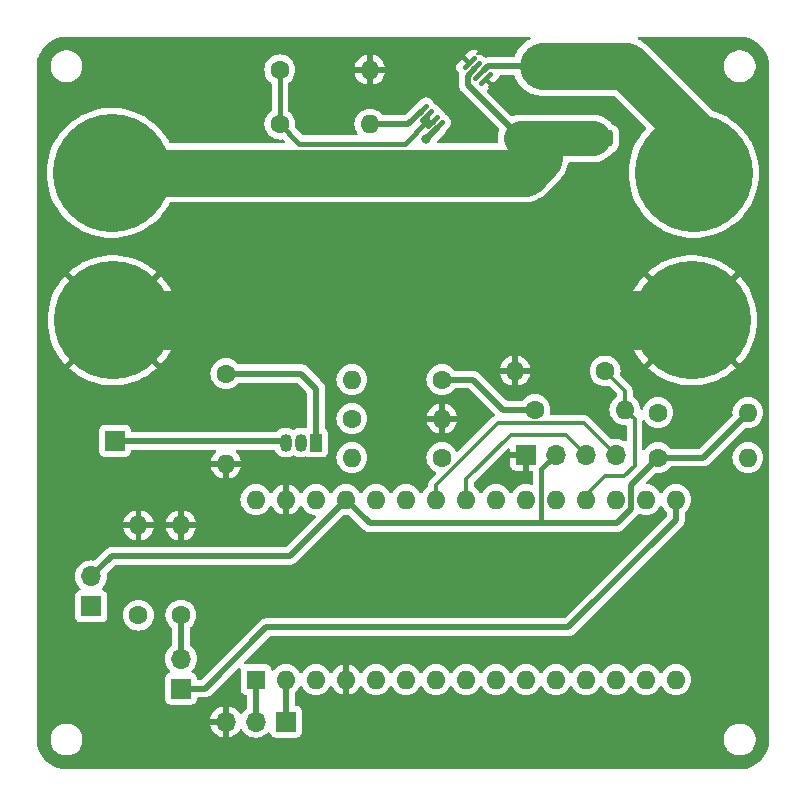
<source format=gbr>
%TF.GenerationSoftware,KiCad,Pcbnew,8.0.5*%
%TF.CreationDate,2024-12-03T18:06:49+01:00*%
%TF.ProjectId,Controller 1.4,436f6e74-726f-46c6-9c65-7220312e342e,rev?*%
%TF.SameCoordinates,Original*%
%TF.FileFunction,Copper,L1,Top*%
%TF.FilePolarity,Positive*%
%FSLAX46Y46*%
G04 Gerber Fmt 4.6, Leading zero omitted, Abs format (unit mm)*
G04 Created by KiCad (PCBNEW 8.0.5) date 2024-12-03 18:06:49*
%MOMM*%
%LPD*%
G01*
G04 APERTURE LIST*
G04 Aperture macros list*
%AMRoundRect*
0 Rectangle with rounded corners*
0 $1 Rounding radius*
0 $2 $3 $4 $5 $6 $7 $8 $9 X,Y pos of 4 corners*
0 Add a 4 corners polygon primitive as box body*
4,1,4,$2,$3,$4,$5,$6,$7,$8,$9,$2,$3,0*
0 Add four circle primitives for the rounded corners*
1,1,$1+$1,$2,$3*
1,1,$1+$1,$4,$5*
1,1,$1+$1,$6,$7*
1,1,$1+$1,$8,$9*
0 Add four rect primitives between the rounded corners*
20,1,$1+$1,$2,$3,$4,$5,0*
20,1,$1+$1,$4,$5,$6,$7,0*
20,1,$1+$1,$6,$7,$8,$9,0*
20,1,$1+$1,$8,$9,$2,$3,0*%
G04 Aperture macros list end*
%TA.AperFunction,SMDPad,CuDef*%
%ADD10RoundRect,0.249999X-1.425001X0.450001X-1.425001X-0.450001X1.425001X-0.450001X1.425001X0.450001X0*%
%TD*%
%TA.AperFunction,ComponentPad*%
%ADD11C,5.400000*%
%TD*%
%TA.AperFunction,ConnectorPad*%
%ADD12C,10.000000*%
%TD*%
%TA.AperFunction,ComponentPad*%
%ADD13C,1.600000*%
%TD*%
%TA.AperFunction,ComponentPad*%
%ADD14O,1.600000X1.600000*%
%TD*%
%TA.AperFunction,ComponentPad*%
%ADD15R,1.700000X1.700000*%
%TD*%
%TA.AperFunction,ComponentPad*%
%ADD16O,1.700000X1.700000*%
%TD*%
%TA.AperFunction,ComponentPad*%
%ADD17R,1.050000X1.500000*%
%TD*%
%TA.AperFunction,ComponentPad*%
%ADD18O,1.050000X1.500000*%
%TD*%
%TA.AperFunction,SMDPad,CuDef*%
%ADD19RoundRect,0.100000X0.380070X0.521491X-0.521491X-0.380070X-0.380070X-0.521491X0.521491X0.380070X0*%
%TD*%
%TA.AperFunction,ComponentPad*%
%ADD20R,1.600000X1.600000*%
%TD*%
%TA.AperFunction,ViaPad*%
%ADD21C,0.800000*%
%TD*%
%TA.AperFunction,Conductor*%
%ADD22C,0.300000*%
%TD*%
%TA.AperFunction,Conductor*%
%ADD23C,0.500000*%
%TD*%
%TA.AperFunction,Conductor*%
%ADD24C,0.400000*%
%TD*%
%TA.AperFunction,Conductor*%
%ADD25C,0.550000*%
%TD*%
%TA.AperFunction,Conductor*%
%ADD26C,5.000000*%
%TD*%
%TA.AperFunction,Conductor*%
%ADD27C,4.000000*%
%TD*%
%TA.AperFunction,Conductor*%
%ADD28C,0.250000*%
%TD*%
%TA.AperFunction,Conductor*%
%ADD29C,3.000000*%
%TD*%
G04 APERTURE END LIST*
D10*
%TO.P,R5,1*%
%TO.N,Bat_input*%
X147714000Y-41805142D03*
%TO.P,R5,2*%
%TO.N,Bat_output*%
X147714000Y-47905142D03*
%TD*%
D11*
%TO.P,H4,1,1*%
%TO.N,Bat_output*%
X111238000Y-50831142D03*
D12*
X111238000Y-50831142D03*
%TD*%
D13*
%TO.P,R6,1*%
%TO.N,Bat_input*%
X147066000Y-70866000D03*
D14*
%TO.P,R6,2*%
%TO.N,A0*%
X154686000Y-70866000D03*
%TD*%
D15*
%TO.P,J4,1,Pin_1*%
%TO.N,D13*%
X117094000Y-94493000D03*
D16*
%TO.P,J4,2,Pin_2*%
%TO.N,Net-(J4-Pin_2)*%
X117094000Y-91953000D03*
%TD*%
D11*
%TO.P,H2,1,1*%
%TO.N,Bat_input*%
X160514000Y-50831142D03*
D12*
X160514000Y-50831142D03*
%TD*%
D13*
%TO.P,R9,1*%
%TO.N,Net-(Q2-B)*%
X131572000Y-71628000D03*
D14*
%TO.P,R9,2*%
%TO.N,GND*%
X139192000Y-71628000D03*
%TD*%
D17*
%TO.P,Q2,1,E*%
%TO.N,Net-(Q2-E)*%
X128524000Y-73660000D03*
D18*
%TO.P,Q2,2,B*%
%TO.N,Net-(Q2-B)*%
X127253999Y-73660000D03*
%TO.P,Q2,3,C*%
%TO.N,Net-(J2-Pin_1)*%
X125984000Y-73660000D03*
%TD*%
D13*
%TO.P,R4,1*%
%TO.N,A5_SCL*%
X157480000Y-71120000D03*
D14*
%TO.P,R4,2*%
%TO.N,+5V*%
X165100000Y-71120000D03*
%TD*%
D15*
%TO.P,J1,1,Pin_1*%
%TO.N,GND*%
X146304001Y-74676000D03*
D16*
%TO.P,J1,2,Pin_2*%
%TO.N,+5V*%
X148844001Y-74676000D03*
%TO.P,J1,3,Pin_3*%
%TO.N,A4_SDA*%
X151384000Y-74676000D03*
%TO.P,J1,4,Pin_4*%
%TO.N,A5_SCL*%
X153924001Y-74676000D03*
%TD*%
D15*
%TO.P,J3,1,Pin_1*%
%TO.N,D2*%
X109500000Y-87525000D03*
D16*
%TO.P,J3,2,Pin_2*%
%TO.N,+5V*%
X109500000Y-84985000D03*
%TD*%
D15*
%TO.P,J1-1,1,Pin_1*%
%TO.N,RX*%
X125983999Y-97282000D03*
D16*
%TO.P,J1-1,2,Pin_2*%
%TO.N,TX*%
X123443999Y-97282000D03*
%TO.P,J1-1,3,Pin_3*%
%TO.N,GND*%
X120904000Y-97282000D03*
%TD*%
D13*
%TO.P,R8,1*%
%TO.N,D3*%
X139192000Y-74930000D03*
D14*
%TO.P,R8,2*%
%TO.N,Net-(Q2-B)*%
X131572000Y-74930000D03*
%TD*%
D13*
%TO.P,R3,1*%
%TO.N,Net-(U1-REF1)*%
X125466000Y-42101142D03*
D14*
%TO.P,R3,2*%
%TO.N,GND*%
X133086000Y-42101142D03*
%TD*%
D13*
%TO.P,R13,1*%
%TO.N,Net-(J4-Pin_2)*%
X117094000Y-88275000D03*
D14*
%TO.P,R13,2*%
%TO.N,GND*%
X117094000Y-80655000D03*
%TD*%
D13*
%TO.P,R11,1*%
%TO.N,Bat_input*%
X139192000Y-68326000D03*
D14*
%TO.P,R11,2*%
%TO.N,Net-(J2-Pin_1)*%
X131572000Y-68326000D03*
%TD*%
D13*
%TO.P,R7,1*%
%TO.N,A0*%
X153010000Y-67600000D03*
D14*
%TO.P,R7,2*%
%TO.N,GND*%
X145390000Y-67600000D03*
%TD*%
D19*
%TO.P,U1,1,GND*%
%TO.N,GND*%
X142907522Y-42892478D03*
%TO.P,U1,2,+*%
%TO.N,Bat_input*%
X142447903Y-42432859D03*
%TO.P,U1,3,-*%
%TO.N,Bat_output*%
X141988283Y-41973239D03*
%TO.P,U1,4,GND*%
%TO.N,GND*%
X141528664Y-41513620D03*
%TO.P,U1,5,V+*%
%TO.N,+5V*%
X137480478Y-45561806D03*
%TO.P,U1,6,REF2*%
%TO.N,Net-(U1-REF1)*%
X137940097Y-46021425D03*
%TO.P,U1,7,REF1*%
X138399717Y-46481045D03*
%TO.P,U1,8*%
%TO.N,A7*%
X138859336Y-46940664D03*
%TD*%
D15*
%TO.P,J2,1,Pin_1*%
%TO.N,Net-(J2-Pin_1)*%
X111500000Y-73500000D03*
%TD*%
D13*
%TO.P,R12,1*%
%TO.N,D2*%
X113500000Y-88275000D03*
D14*
%TO.P,R12,2*%
%TO.N,GND*%
X113500000Y-80655000D03*
%TD*%
D10*
%TO.P,R14,1*%
%TO.N,Bat_input*%
X151986000Y-41801142D03*
%TO.P,R14,2*%
%TO.N,Bat_output*%
X151986000Y-47901142D03*
%TD*%
D11*
%TO.P,H3,1,1*%
%TO.N,GND*%
X111322000Y-63300000D03*
D12*
X111322000Y-63300000D03*
%TD*%
D13*
%TO.P,R2,1*%
%TO.N,Net-(U1-REF1)*%
X125476000Y-46701142D03*
D14*
%TO.P,R2,2*%
%TO.N,+5V*%
X133096000Y-46701142D03*
%TD*%
D11*
%TO.P,H1,1,1*%
%TO.N,GND*%
X160344000Y-63300000D03*
D12*
X160344000Y-63300000D03*
%TD*%
D13*
%TO.P,R1,1*%
%TO.N,+5V*%
X157480000Y-74930000D03*
D14*
%TO.P,R1,2*%
%TO.N,A4_SDA*%
X165100000Y-74930000D03*
%TD*%
D20*
%TO.P,A1,1,D1/TX*%
%TO.N,TX*%
X123444001Y-93726000D03*
D14*
%TO.P,A1,2,D0/RX*%
%TO.N,RX*%
X125984001Y-93726000D03*
%TO.P,A1,3,~{RESET}*%
%TO.N,unconnected-(A1-~{RESET}-Pad3)*%
X128524000Y-93726000D03*
%TO.P,A1,4,GND*%
%TO.N,GND*%
X131064001Y-93726000D03*
%TO.P,A1,5,D2*%
%TO.N,D2*%
X133604001Y-93726000D03*
%TO.P,A1,6,D3*%
%TO.N,D3*%
X136144001Y-93726000D03*
%TO.P,A1,7,D4*%
%TO.N,unconnected-(A1-D4-Pad7)*%
X138684001Y-93726000D03*
%TO.P,A1,8,D5*%
%TO.N,unconnected-(A1-D5-Pad8)*%
X141224002Y-93726000D03*
%TO.P,A1,9,D6*%
%TO.N,unconnected-(A1-D6-Pad9)*%
X143764001Y-93726000D03*
%TO.P,A1,10,D7*%
%TO.N,unconnected-(A1-D7-Pad10)*%
X146304001Y-93726000D03*
%TO.P,A1,11,D8*%
%TO.N,unconnected-(A1-D8-Pad11)*%
X148844001Y-93726000D03*
%TO.P,A1,12,D9*%
%TO.N,unconnected-(A1-D9-Pad12)*%
X151384000Y-93726000D03*
%TO.P,A1,13,D10*%
%TO.N,unconnected-(A1-D10-Pad13)*%
X153924001Y-93726000D03*
%TO.P,A1,14,D11*%
%TO.N,unconnected-(A1-D11-Pad14)*%
X156464001Y-93726000D03*
%TO.P,A1,15,D12*%
%TO.N,unconnected-(A1-D12-Pad15)*%
X159004001Y-93726000D03*
%TO.P,A1,16,D13*%
%TO.N,D13*%
X159004001Y-78486000D03*
%TO.P,A1,17,3V3*%
%TO.N,unconnected-(A1-3V3-Pad17)*%
X156464001Y-78486000D03*
%TO.P,A1,18,AREF*%
%TO.N,unconnected-(A1-AREF-Pad18)*%
X153924001Y-78486000D03*
%TO.P,A1,19,A0*%
%TO.N,A0*%
X151384001Y-78486000D03*
%TO.P,A1,20,A1*%
%TO.N,unconnected-(A1-A1-Pad20)*%
X148844001Y-78486000D03*
%TO.P,A1,21,A2*%
%TO.N,unconnected-(A1-A2-Pad21)*%
X146304001Y-78486000D03*
%TO.P,A1,22,A3*%
%TO.N,unconnected-(A1-A3-Pad22)*%
X143764001Y-78486000D03*
%TO.P,A1,23,A4*%
%TO.N,A4_SDA*%
X141224001Y-78486000D03*
%TO.P,A1,24,A5*%
%TO.N,A5_SCL*%
X138684001Y-78486000D03*
%TO.P,A1,25,A6*%
%TO.N,unconnected-(A1-A6-Pad25)*%
X136144001Y-78486000D03*
%TO.P,A1,26,A7*%
%TO.N,A7*%
X133604001Y-78486000D03*
%TO.P,A1,27,+5V*%
%TO.N,+5V*%
X131064001Y-78486000D03*
%TO.P,A1,28,~{RESET}*%
%TO.N,unconnected-(A1-~{RESET}-Pad28)*%
X128524001Y-78486000D03*
%TO.P,A1,29,GND*%
%TO.N,GND*%
X125984001Y-78486000D03*
%TO.P,A1,30,VIN*%
%TO.N,unconnected-(A1-VIN-Pad30)*%
X123444001Y-78486000D03*
%TD*%
D13*
%TO.P,R10,1*%
%TO.N,Net-(Q2-E)*%
X120904000Y-67818000D03*
D14*
%TO.P,R10,2*%
%TO.N,GND*%
X120904000Y-75438000D03*
%TD*%
D21*
%TO.N,A7*%
X137858000Y-47942000D03*
%TO.N,GND*%
X143800000Y-76400000D03*
X143551093Y-43536049D03*
%TD*%
D22*
%TO.N,A5_SCL*%
X147542346Y-72016000D02*
X147558346Y-72000000D01*
X157480000Y-71120001D02*
X157480000Y-71120000D01*
X146573654Y-72000000D02*
X146589654Y-72016000D01*
X151248001Y-72000000D02*
X153924001Y-74676000D01*
X138684001Y-78486000D02*
X138684001Y-77215999D01*
X138684001Y-77215999D02*
X143900000Y-72000000D01*
X147558346Y-72000000D02*
X151248001Y-72000000D01*
X143900000Y-72000000D02*
X146573654Y-72000000D01*
X146589654Y-72016000D02*
X147542346Y-72016000D01*
D23*
%TO.N,D13*%
X149900000Y-89300000D02*
X159004001Y-80195999D01*
X117094000Y-94493000D02*
X119121000Y-94493000D01*
X119121000Y-94493000D02*
X124314000Y-89300000D01*
X124314000Y-89300000D02*
X149900000Y-89300000D01*
X159004001Y-80195999D02*
X159004001Y-78486000D01*
%TO.N,TX*%
X123443999Y-93726002D02*
X123444001Y-93726000D01*
X123443999Y-97282000D02*
X123443999Y-93726002D01*
%TO.N,A7*%
X137858000Y-47942000D02*
X138859336Y-46940664D01*
%TO.N,RX*%
X125983999Y-97282000D02*
X125983999Y-93726002D01*
X125983999Y-93726002D02*
X125984001Y-93726000D01*
D22*
%TO.N,A0*%
X151384001Y-78486000D02*
X151384001Y-78115999D01*
X155500000Y-75640000D02*
X155500000Y-71680000D01*
X151384001Y-78115999D02*
X153000000Y-76500000D01*
X154686000Y-70866000D02*
X154686000Y-69276000D01*
X154686000Y-69276000D02*
X153010000Y-67600000D01*
X154640000Y-76500000D02*
X155500000Y-75640000D01*
X153000000Y-76500000D02*
X154640000Y-76500000D01*
X155500000Y-71680000D02*
X154686000Y-70866000D01*
%TO.N,A4_SDA*%
X149708000Y-73000000D02*
X151384000Y-74676000D01*
X141224001Y-76775999D02*
X145000000Y-73000000D01*
X141224001Y-78486000D02*
X141224001Y-76775999D01*
X145000000Y-73000000D02*
X149708000Y-73000000D01*
D24*
%TO.N,+5V*%
X147600000Y-75920001D02*
X147600000Y-80500000D01*
D23*
X136341142Y-46701142D02*
X133096000Y-46701142D01*
X111235000Y-83250000D02*
X126300001Y-83250000D01*
X161290000Y-74930000D02*
X165100000Y-71120000D01*
X154000000Y-80500000D02*
X133078001Y-80500000D01*
X133078001Y-80500000D02*
X131064001Y-78486000D01*
X155194000Y-77216000D02*
X155194000Y-79306000D01*
X155194000Y-79306000D02*
X154000000Y-80500000D01*
X137480478Y-45561806D02*
X136341142Y-46701142D01*
X131064001Y-78993999D02*
X131064001Y-78486000D01*
D24*
X147600000Y-80500000D02*
X147680999Y-80419001D01*
D23*
X157480000Y-74930000D02*
X161290000Y-74930000D01*
X157480000Y-74930000D02*
X155194000Y-77216000D01*
X126300001Y-83250000D02*
X131064001Y-78486000D01*
D24*
X148844001Y-74676000D02*
X147600000Y-75920001D01*
D23*
X109500000Y-84985000D02*
X111235000Y-83250000D01*
D25*
%TO.N,GND*%
X120904000Y-75438000D02*
X124460000Y-75438000D01*
D22*
X143551093Y-43536049D02*
X142907522Y-42892478D01*
D25*
X124460000Y-75438000D02*
X125984001Y-76962001D01*
X125984001Y-76962001D02*
X125984001Y-78486000D01*
D26*
X111322000Y-63300000D02*
X160344000Y-63300000D01*
D23*
%TO.N,Bat_input*%
X147710000Y-41801142D02*
X143079620Y-41801142D01*
X141826000Y-68326000D02*
X144366000Y-70866000D01*
X147714000Y-41805142D02*
X147710000Y-41801142D01*
X144366000Y-70866000D02*
X147066000Y-70866000D01*
D27*
X160514000Y-47514000D02*
X154805142Y-41805142D01*
X160514000Y-50831142D02*
X160514000Y-47514000D01*
X154805142Y-41805142D02*
X147714000Y-41805142D01*
D23*
X143079620Y-41801142D02*
X142688283Y-42192479D01*
X139192000Y-68326000D02*
X141826000Y-68326000D01*
D28*
%TO.N,Net-(J2-Pin_1)*%
X125824000Y-73500000D02*
X125984000Y-73660000D01*
X125624000Y-73300000D02*
X125984000Y-73660000D01*
D23*
X111500000Y-73500000D02*
X125824000Y-73500000D01*
%TO.N,Net-(J4-Pin_2)*%
X117094000Y-91953000D02*
X117094000Y-88392000D01*
D25*
%TO.N,Net-(Q2-E)*%
X128524000Y-69088000D02*
X128524000Y-73660000D01*
X120904000Y-67818000D02*
X127254000Y-67818000D01*
X127254000Y-67818000D02*
X128524000Y-69088000D01*
D24*
%TO.N,Net-(U1-REF1)*%
X137940097Y-46021425D02*
X137940097Y-46447045D01*
X137940097Y-46447045D02*
X136036000Y-48351142D01*
X127126000Y-48351142D02*
X125476000Y-46701142D01*
X136036000Y-48351142D02*
X127126000Y-48351142D01*
X138399717Y-46481045D02*
X137974097Y-46481045D01*
X137974097Y-46481045D02*
X137940097Y-46447045D01*
X125466000Y-42101142D02*
X125466000Y-46691142D01*
D28*
X125466000Y-46691142D02*
X125476000Y-46701142D01*
D23*
%TO.N,Bat_output*%
X141374453Y-42587069D02*
X141374453Y-43374453D01*
X141374453Y-43374453D02*
X145905142Y-47905142D01*
D27*
X146200000Y-50800000D02*
X111269142Y-50800000D01*
X147400000Y-49600000D02*
X146200000Y-50800000D01*
D29*
X147714000Y-47905142D02*
X151982000Y-47905142D01*
D23*
X141988283Y-41973239D02*
X141374453Y-42587069D01*
D29*
X145905142Y-47905142D02*
X147714000Y-47905142D01*
%TD*%
%TA.AperFunction,Conductor*%
%TO.N,GND*%
G36*
X144873335Y-74149125D02*
G01*
X144929268Y-74190997D01*
X144953685Y-74256461D01*
X144954001Y-74265307D01*
X144954001Y-74426000D01*
X145870989Y-74426000D01*
X145838076Y-74483007D01*
X145804001Y-74610174D01*
X145804001Y-74741826D01*
X145838076Y-74868993D01*
X145870989Y-74926000D01*
X144954001Y-74926000D01*
X144954001Y-75573844D01*
X144960402Y-75633372D01*
X144960404Y-75633379D01*
X145010646Y-75768086D01*
X145010650Y-75768093D01*
X145096810Y-75883187D01*
X145096813Y-75883190D01*
X145211907Y-75969350D01*
X145211914Y-75969354D01*
X145346621Y-76019596D01*
X145346628Y-76019598D01*
X145406156Y-76025999D01*
X145406173Y-76026000D01*
X146054001Y-76026000D01*
X146054001Y-75109012D01*
X146111008Y-75141925D01*
X146238175Y-75176000D01*
X146369827Y-75176000D01*
X146496994Y-75141925D01*
X146554001Y-75109012D01*
X146554001Y-76026000D01*
X146775500Y-76026000D01*
X146842539Y-76045685D01*
X146888294Y-76098489D01*
X146899500Y-76150000D01*
X146899500Y-77137585D01*
X146879815Y-77204624D01*
X146827011Y-77250379D01*
X146757853Y-77260323D01*
X146743407Y-77257360D01*
X146530698Y-77200366D01*
X146530694Y-77200365D01*
X146530693Y-77200365D01*
X146530692Y-77200364D01*
X146530687Y-77200364D01*
X146304003Y-77180532D01*
X146303999Y-77180532D01*
X146077314Y-77200364D01*
X146077303Y-77200366D01*
X145857512Y-77259258D01*
X145857503Y-77259261D01*
X145651268Y-77355431D01*
X145651266Y-77355432D01*
X145464859Y-77485954D01*
X145303955Y-77646858D01*
X145173433Y-77833265D01*
X145173432Y-77833267D01*
X145146383Y-77891275D01*
X145100210Y-77943714D01*
X145033017Y-77962866D01*
X144966136Y-77942650D01*
X144921619Y-77891275D01*
X144894687Y-77833520D01*
X144894569Y-77833266D01*
X144764048Y-77646861D01*
X144764046Y-77646858D01*
X144603142Y-77485954D01*
X144416735Y-77355432D01*
X144416733Y-77355431D01*
X144210498Y-77259261D01*
X144210489Y-77259258D01*
X143990698Y-77200366D01*
X143990694Y-77200365D01*
X143990693Y-77200365D01*
X143990692Y-77200364D01*
X143990687Y-77200364D01*
X143764003Y-77180532D01*
X143763999Y-77180532D01*
X143537314Y-77200364D01*
X143537303Y-77200366D01*
X143317512Y-77259258D01*
X143317503Y-77259261D01*
X143111268Y-77355431D01*
X143111266Y-77355432D01*
X142924859Y-77485954D01*
X142763955Y-77646858D01*
X142633433Y-77833265D01*
X142633432Y-77833267D01*
X142606383Y-77891275D01*
X142560210Y-77943714D01*
X142493017Y-77962866D01*
X142426136Y-77942650D01*
X142381619Y-77891275D01*
X142354687Y-77833520D01*
X142354569Y-77833266D01*
X142224048Y-77646861D01*
X142224046Y-77646858D01*
X142063141Y-77485953D01*
X141927378Y-77390891D01*
X141883753Y-77336314D01*
X141874501Y-77289316D01*
X141874501Y-77096807D01*
X141894186Y-77029768D01*
X141910820Y-77009126D01*
X144742320Y-74177626D01*
X144803643Y-74144141D01*
X144873335Y-74149125D01*
G37*
%TD.AperFunction*%
%TA.AperFunction,Conductor*%
G36*
X146664213Y-39325686D02*
G01*
X146709968Y-39378490D01*
X146719912Y-39447648D01*
X146690887Y-39511204D01*
X146650976Y-39541721D01*
X146502557Y-39613195D01*
X146264753Y-39762618D01*
X146045175Y-39937725D01*
X145846583Y-40136317D01*
X145671476Y-40355895D01*
X145522053Y-40593699D01*
X145400199Y-40846732D01*
X145357908Y-40967596D01*
X145317186Y-41024372D01*
X145252234Y-41050120D01*
X145240866Y-41050642D01*
X143005700Y-41050642D01*
X142912882Y-41069105D01*
X142843290Y-41062878D01*
X142801009Y-41035169D01*
X142765147Y-40999307D01*
X142765138Y-40999299D01*
X142671194Y-40927212D01*
X142671191Y-40927210D01*
X142649754Y-40918331D01*
X142595351Y-40874490D01*
X142582645Y-40851220D01*
X142574254Y-40830962D01*
X142539480Y-40785645D01*
X142539479Y-40785645D01*
X142509420Y-40815705D01*
X142448097Y-40849190D01*
X142405555Y-40850963D01*
X142368356Y-40846066D01*
X142368352Y-40846066D01*
X142206560Y-40867366D01*
X142137525Y-40856600D01*
X142085269Y-40810220D01*
X142066384Y-40742951D01*
X142086865Y-40676151D01*
X142102694Y-40656746D01*
X142256637Y-40502803D01*
X142256637Y-40502801D01*
X142211324Y-40468030D01*
X142211318Y-40468027D01*
X142065368Y-40407573D01*
X142065364Y-40407572D01*
X141908734Y-40386951D01*
X141752103Y-40407572D01*
X141752099Y-40407573D01*
X141606149Y-40468027D01*
X141606144Y-40468030D01*
X141512276Y-40540057D01*
X141512269Y-40540063D01*
X141175110Y-40877222D01*
X141175110Y-40877223D01*
X141511339Y-41213452D01*
X141544824Y-41274775D01*
X141539840Y-41344467D01*
X141511339Y-41388814D01*
X141403858Y-41496295D01*
X141342535Y-41529780D01*
X141272843Y-41524796D01*
X141228496Y-41496295D01*
X140892268Y-41160067D01*
X140892267Y-41160067D01*
X140555106Y-41497229D01*
X140555104Y-41497231D01*
X140483072Y-41591102D01*
X140422617Y-41737055D01*
X140422616Y-41737059D01*
X140401995Y-41893690D01*
X140422616Y-42050320D01*
X140422617Y-42050324D01*
X140483071Y-42196274D01*
X140483074Y-42196280D01*
X140517844Y-42241592D01*
X140534815Y-42242705D01*
X140600423Y-42266732D01*
X140642627Y-42322415D01*
X140648323Y-42390631D01*
X140623953Y-42513146D01*
X140623953Y-42513151D01*
X140623953Y-43448371D01*
X140623953Y-43448373D01*
X140623952Y-43448373D01*
X140652793Y-43593360D01*
X140652796Y-43593370D01*
X140709367Y-43729945D01*
X140742265Y-43779180D01*
X140742266Y-43779183D01*
X140791499Y-43852867D01*
X140791505Y-43852874D01*
X144004571Y-47065939D01*
X144038056Y-47127262D01*
X144033072Y-47196954D01*
X144031451Y-47201072D01*
X144006749Y-47260707D01*
X144006744Y-47260723D01*
X143969121Y-47401137D01*
X143938872Y-47514027D01*
X143904642Y-47774014D01*
X143904642Y-48036255D01*
X143904643Y-48036272D01*
X143920842Y-48159315D01*
X143910076Y-48228350D01*
X143863696Y-48280606D01*
X143797903Y-48299500D01*
X138861229Y-48299500D01*
X138794190Y-48279815D01*
X138748435Y-48227011D01*
X138738491Y-48157853D01*
X138767516Y-48094297D01*
X138773548Y-48087819D01*
X139442283Y-47419085D01*
X139442283Y-47419084D01*
X139442288Y-47419080D01*
X139524420Y-47296158D01*
X139536140Y-47267861D01*
X139563015Y-47227638D01*
X139833276Y-46957379D01*
X139905363Y-46863435D01*
X139965871Y-46717356D01*
X139986509Y-46560594D01*
X139965871Y-46403832D01*
X139905363Y-46257753D01*
X139833277Y-46163809D01*
X139776563Y-46107095D01*
X139636200Y-45966732D01*
X139636191Y-45966724D01*
X139542246Y-45894636D01*
X139521460Y-45886026D01*
X139467057Y-45842185D01*
X139454352Y-45818916D01*
X139445745Y-45798136D01*
X139445743Y-45798133D01*
X139373662Y-45704195D01*
X139373657Y-45704189D01*
X139176581Y-45507113D01*
X139176572Y-45507105D01*
X139082629Y-45435018D01*
X139082627Y-45435017D01*
X139061840Y-45426407D01*
X139007437Y-45382566D01*
X138994734Y-45359301D01*
X138986124Y-45338514D01*
X138914038Y-45244570D01*
X138914037Y-45244569D01*
X138716961Y-45047493D01*
X138716952Y-45047485D01*
X138623007Y-44975397D01*
X138602221Y-44966787D01*
X138547818Y-44922946D01*
X138535113Y-44899677D01*
X138533890Y-44896725D01*
X138526505Y-44878895D01*
X138454419Y-44784951D01*
X138454418Y-44784950D01*
X138257342Y-44587874D01*
X138257333Y-44587866D01*
X138163389Y-44515779D01*
X138163384Y-44515776D01*
X138017313Y-44455272D01*
X138017308Y-44455270D01*
X137860549Y-44434633D01*
X137860547Y-44434633D01*
X137703787Y-44455270D01*
X137703782Y-44455272D01*
X137557711Y-44515776D01*
X137557706Y-44515779D01*
X137463764Y-44587863D01*
X137463757Y-44587869D01*
X137193506Y-44858121D01*
X137153280Y-44885000D01*
X137124988Y-44896719D01*
X137124976Y-44896725D01*
X137002062Y-44978854D01*
X137002058Y-44978857D01*
X136066593Y-45914323D01*
X136005270Y-45947808D01*
X135978912Y-45950642D01*
X134222663Y-45950642D01*
X134155624Y-45930957D01*
X134121088Y-45897765D01*
X134096045Y-45862000D01*
X133935141Y-45701096D01*
X133748734Y-45570574D01*
X133748732Y-45570573D01*
X133542497Y-45474403D01*
X133542488Y-45474400D01*
X133322697Y-45415508D01*
X133322693Y-45415507D01*
X133322692Y-45415507D01*
X133322691Y-45415506D01*
X133322686Y-45415506D01*
X133096002Y-45395674D01*
X133095998Y-45395674D01*
X132869313Y-45415506D01*
X132869302Y-45415508D01*
X132649511Y-45474400D01*
X132649502Y-45474403D01*
X132443267Y-45570573D01*
X132443265Y-45570574D01*
X132256858Y-45701096D01*
X132095954Y-45862000D01*
X131965432Y-46048407D01*
X131965431Y-46048409D01*
X131869261Y-46254644D01*
X131869258Y-46254653D01*
X131810366Y-46474444D01*
X131810364Y-46474455D01*
X131790532Y-46701140D01*
X131790532Y-46701143D01*
X131810364Y-46927828D01*
X131810366Y-46927839D01*
X131869258Y-47147630D01*
X131869261Y-47147639D01*
X131906563Y-47227632D01*
X131965432Y-47353876D01*
X132011091Y-47419085D01*
X132036603Y-47455519D01*
X132058930Y-47521725D01*
X132041920Y-47589492D01*
X131990972Y-47637305D01*
X131935028Y-47650642D01*
X127467518Y-47650642D01*
X127400479Y-47630957D01*
X127379837Y-47614323D01*
X126797027Y-47031512D01*
X126763542Y-46970189D01*
X126761180Y-46933023D01*
X126761633Y-46927839D01*
X126761635Y-46927834D01*
X126781468Y-46701142D01*
X126781223Y-46698347D01*
X126769172Y-46560595D01*
X126761635Y-46474450D01*
X126702739Y-46254646D01*
X126606568Y-46048408D01*
X126492868Y-45886026D01*
X126476045Y-45862000D01*
X126315143Y-45701098D01*
X126219376Y-45634041D01*
X126175752Y-45579464D01*
X126166500Y-45532466D01*
X126166500Y-43262814D01*
X126186185Y-43195775D01*
X126219375Y-43161240D01*
X126305139Y-43101189D01*
X126466047Y-42940281D01*
X126596568Y-42753876D01*
X126692739Y-42547638D01*
X126751635Y-42327834D01*
X126771468Y-42101142D01*
X126751635Y-41874450D01*
X126745389Y-41851141D01*
X131807127Y-41851141D01*
X131807128Y-41851142D01*
X132770314Y-41851142D01*
X132765920Y-41855536D01*
X132713259Y-41946748D01*
X132686000Y-42048481D01*
X132686000Y-42153803D01*
X132713259Y-42255536D01*
X132765920Y-42346748D01*
X132770314Y-42351142D01*
X131807128Y-42351142D01*
X131859730Y-42547459D01*
X131859734Y-42547468D01*
X131955865Y-42753624D01*
X132086342Y-42939962D01*
X132247179Y-43100799D01*
X132433517Y-43231276D01*
X132639673Y-43327407D01*
X132639682Y-43327411D01*
X132835999Y-43380014D01*
X132836000Y-43380013D01*
X132836000Y-42416828D01*
X132840394Y-42421222D01*
X132931606Y-42473883D01*
X133033339Y-42501142D01*
X133138661Y-42501142D01*
X133240394Y-42473883D01*
X133331606Y-42421222D01*
X133336000Y-42416828D01*
X133336000Y-43380014D01*
X133532317Y-43327411D01*
X133532326Y-43327407D01*
X133738482Y-43231276D01*
X133924820Y-43100799D01*
X134085657Y-42939962D01*
X134216134Y-42753624D01*
X134312265Y-42547468D01*
X134312269Y-42547459D01*
X134364872Y-42351142D01*
X133401686Y-42351142D01*
X133406080Y-42346748D01*
X133458741Y-42255536D01*
X133486000Y-42153803D01*
X133486000Y-42048481D01*
X133458741Y-41946748D01*
X133406080Y-41855536D01*
X133401686Y-41851142D01*
X134364872Y-41851142D01*
X134364872Y-41851141D01*
X134312269Y-41654824D01*
X134312265Y-41654815D01*
X134216134Y-41448659D01*
X134085657Y-41262321D01*
X133924820Y-41101484D01*
X133738482Y-40971007D01*
X133532328Y-40874876D01*
X133336000Y-40822269D01*
X133336000Y-41785456D01*
X133331606Y-41781062D01*
X133240394Y-41728401D01*
X133138661Y-41701142D01*
X133033339Y-41701142D01*
X132931606Y-41728401D01*
X132840394Y-41781062D01*
X132836000Y-41785456D01*
X132836000Y-40822269D01*
X132639671Y-40874876D01*
X132433517Y-40971007D01*
X132247179Y-41101484D01*
X132086342Y-41262321D01*
X131955865Y-41448659D01*
X131859734Y-41654815D01*
X131859730Y-41654824D01*
X131807127Y-41851141D01*
X126745389Y-41851141D01*
X126692739Y-41654646D01*
X126596568Y-41448408D01*
X126466047Y-41262003D01*
X126466045Y-41262000D01*
X126305141Y-41101096D01*
X126118734Y-40970574D01*
X126118732Y-40970573D01*
X125912497Y-40874403D01*
X125912488Y-40874400D01*
X125692697Y-40815508D01*
X125692693Y-40815507D01*
X125692692Y-40815507D01*
X125692691Y-40815506D01*
X125692686Y-40815506D01*
X125466002Y-40795674D01*
X125465998Y-40795674D01*
X125239313Y-40815506D01*
X125239302Y-40815508D01*
X125019511Y-40874400D01*
X125019502Y-40874403D01*
X124813267Y-40970573D01*
X124813265Y-40970574D01*
X124626858Y-41101096D01*
X124465954Y-41262000D01*
X124335432Y-41448407D01*
X124335431Y-41448409D01*
X124239261Y-41654644D01*
X124239258Y-41654653D01*
X124180366Y-41874444D01*
X124180364Y-41874455D01*
X124160532Y-42101140D01*
X124160532Y-42101143D01*
X124180364Y-42327828D01*
X124180366Y-42327839D01*
X124239258Y-42547630D01*
X124239261Y-42547639D01*
X124335431Y-42753874D01*
X124335432Y-42753876D01*
X124465954Y-42940283D01*
X124626857Y-43101186D01*
X124626860Y-43101188D01*
X124626861Y-43101189D01*
X124712623Y-43161239D01*
X124756248Y-43215815D01*
X124765500Y-43262814D01*
X124765500Y-45546470D01*
X124745815Y-45613509D01*
X124712624Y-45648045D01*
X124636863Y-45701093D01*
X124475951Y-45862004D01*
X124345432Y-46048407D01*
X124345431Y-46048409D01*
X124249261Y-46254644D01*
X124249258Y-46254653D01*
X124190366Y-46474444D01*
X124190364Y-46474455D01*
X124170532Y-46701140D01*
X124170532Y-46701143D01*
X124190364Y-46927828D01*
X124190366Y-46927839D01*
X124249258Y-47147630D01*
X124249261Y-47147639D01*
X124345431Y-47353874D01*
X124345432Y-47353876D01*
X124475954Y-47540283D01*
X124636858Y-47701187D01*
X124636861Y-47701189D01*
X124823266Y-47831710D01*
X125029504Y-47927881D01*
X125249308Y-47986777D01*
X125411230Y-48000943D01*
X125475998Y-48006610D01*
X125476000Y-48006610D01*
X125476001Y-48006610D01*
X125494304Y-48005008D01*
X125702692Y-47986777D01*
X125702697Y-47986775D01*
X125707881Y-47986322D01*
X125776381Y-48000088D01*
X125806370Y-48022169D01*
X125872020Y-48087819D01*
X125905505Y-48149142D01*
X125900521Y-48218834D01*
X125858649Y-48274767D01*
X125793185Y-48299184D01*
X125784339Y-48299500D01*
X116198009Y-48299500D01*
X116130970Y-48279815D01*
X116087286Y-48231325D01*
X116050242Y-48157853D01*
X116044345Y-48146157D01*
X115799328Y-47748223D01*
X115521446Y-47372501D01*
X115521442Y-47372496D01*
X115521436Y-47372488D01*
X115212702Y-47021701D01*
X115212689Y-47021688D01*
X114875322Y-46698347D01*
X114732832Y-46583295D01*
X114511730Y-46404767D01*
X114124553Y-46143082D01*
X114113835Y-46137095D01*
X113716588Y-45915178D01*
X113716566Y-45915167D01*
X113290752Y-45722686D01*
X113290747Y-45722684D01*
X112850119Y-45567001D01*
X112397885Y-45449249D01*
X111937302Y-45370274D01*
X111937276Y-45370271D01*
X111471676Y-45330642D01*
X111471658Y-45330642D01*
X111004342Y-45330642D01*
X111004323Y-45330642D01*
X110538723Y-45370271D01*
X110538697Y-45370274D01*
X110078114Y-45449249D01*
X109625880Y-45567001D01*
X109185252Y-45722684D01*
X109185247Y-45722686D01*
X108759433Y-45915167D01*
X108759411Y-45915178D01*
X108351455Y-46143077D01*
X108351436Y-46143089D01*
X107964275Y-46404763D01*
X107600677Y-46698347D01*
X107263310Y-47021688D01*
X107263297Y-47021701D01*
X106954563Y-47372488D01*
X106954557Y-47372496D01*
X106676675Y-47748218D01*
X106431656Y-48146154D01*
X106431645Y-48146174D01*
X106221266Y-48563435D01*
X106221262Y-48563446D01*
X106047027Y-48997046D01*
X106047025Y-48997051D01*
X105910186Y-49443878D01*
X105910184Y-49443886D01*
X105811730Y-49900715D01*
X105752370Y-50364259D01*
X105732539Y-50831135D01*
X105732539Y-50831148D01*
X105752370Y-51298024D01*
X105811730Y-51761568D01*
X105910184Y-52218397D01*
X105910186Y-52218405D01*
X106047025Y-52665232D01*
X106047027Y-52665237D01*
X106221262Y-53098837D01*
X106221266Y-53098848D01*
X106431645Y-53516109D01*
X106431655Y-53516127D01*
X106676672Y-53914061D01*
X106676675Y-53914065D01*
X106954557Y-54289787D01*
X106954563Y-54289795D01*
X107263297Y-54640582D01*
X107263310Y-54640595D01*
X107600677Y-54963936D01*
X107600681Y-54963939D01*
X107964270Y-55257517D01*
X108351447Y-55519202D01*
X108532768Y-55620494D01*
X108759411Y-55747105D01*
X108759433Y-55747116D01*
X109185247Y-55939597D01*
X109185252Y-55939599D01*
X109388332Y-56011351D01*
X109625876Y-56095281D01*
X110078113Y-56213034D01*
X110538708Y-56292011D01*
X110682850Y-56304279D01*
X111004323Y-56331641D01*
X111004340Y-56331641D01*
X111004342Y-56331642D01*
X111004343Y-56331642D01*
X111471657Y-56331642D01*
X111471658Y-56331642D01*
X111471659Y-56331641D01*
X111471676Y-56331641D01*
X111748812Y-56308052D01*
X111937292Y-56292011D01*
X112397887Y-56213034D01*
X112850124Y-56095281D01*
X113290747Y-55939599D01*
X113290752Y-55939597D01*
X113716566Y-55747116D01*
X113716568Y-55747114D01*
X113716579Y-55747110D01*
X114124553Y-55519202D01*
X114511730Y-55257517D01*
X114875319Y-54963939D01*
X115212701Y-54640584D01*
X115390296Y-54438797D01*
X115521436Y-54289795D01*
X115521442Y-54289787D01*
X115521446Y-54289783D01*
X115799328Y-53914061D01*
X116044345Y-53516127D01*
X116118689Y-53368675D01*
X116166447Y-53317676D01*
X116229412Y-53300500D01*
X146340428Y-53300500D01*
X146340429Y-53300499D01*
X146483055Y-53284429D01*
X146619494Y-53269057D01*
X146619499Y-53269056D01*
X146619509Y-53269055D01*
X146893318Y-53206560D01*
X147158408Y-53113801D01*
X147411445Y-52991945D01*
X147649248Y-52842523D01*
X147868825Y-52667416D01*
X149267416Y-51268825D01*
X149442523Y-51049248D01*
X149591945Y-50811445D01*
X149713801Y-50558408D01*
X149806560Y-50293318D01*
X149869055Y-50019509D01*
X149869477Y-50015760D01*
X149896543Y-49951346D01*
X149954137Y-49911790D01*
X149992698Y-49905642D01*
X152113113Y-49905642D01*
X152113120Y-49905642D01*
X152373116Y-49871412D01*
X152626419Y-49803540D01*
X152868697Y-49703185D01*
X153095803Y-49572066D01*
X153303851Y-49412424D01*
X153303855Y-49412419D01*
X153303860Y-49412416D01*
X153489277Y-49226998D01*
X153489282Y-49226993D01*
X153580463Y-49108163D01*
X153636889Y-49066961D01*
X153639813Y-49065951D01*
X153730335Y-49035956D01*
X153879656Y-48943854D01*
X154003712Y-48819798D01*
X154095814Y-48670477D01*
X154150999Y-48503940D01*
X154161500Y-48401152D01*
X154161500Y-47401132D01*
X154150999Y-47298344D01*
X154095814Y-47131807D01*
X154003712Y-46982486D01*
X153879656Y-46858430D01*
X153730335Y-46766328D01*
X153631601Y-46733610D01*
X153574156Y-46693836D01*
X153572231Y-46691391D01*
X153489282Y-46583291D01*
X153466583Y-46560592D01*
X153303859Y-46397867D01*
X153303851Y-46397860D01*
X153095803Y-46238217D01*
X152868700Y-46107100D01*
X152868690Y-46107095D01*
X152626428Y-46006747D01*
X152626421Y-46006745D01*
X152626419Y-46006744D01*
X152373116Y-45938872D01*
X152312997Y-45930957D01*
X152113127Y-45904642D01*
X152113120Y-45904642D01*
X147845120Y-45904642D01*
X145774022Y-45904642D01*
X145774014Y-45904642D01*
X145542914Y-45935068D01*
X145514026Y-45938872D01*
X145410051Y-45966732D01*
X145260723Y-46006744D01*
X145260707Y-46006749D01*
X145201072Y-46031451D01*
X145131602Y-46038920D01*
X145069123Y-46007644D01*
X145065939Y-46004571D01*
X143013339Y-43951971D01*
X142979854Y-43890648D01*
X142984838Y-43820956D01*
X143013339Y-43776608D01*
X143261074Y-43528873D01*
X142889489Y-43157288D01*
X142856004Y-43095965D01*
X142860988Y-43026273D01*
X142889486Y-42981930D01*
X142975257Y-42896160D01*
X143015480Y-42869283D01*
X143043777Y-42857563D01*
X143043781Y-42857560D01*
X143046196Y-42856560D01*
X143115665Y-42849093D01*
X143178144Y-42880368D01*
X143181328Y-42883441D01*
X143543916Y-43246030D01*
X143543917Y-43246030D01*
X143881081Y-42908866D01*
X143953113Y-42814995D01*
X144013568Y-42669042D01*
X144013570Y-42669036D01*
X144014831Y-42659459D01*
X144043096Y-42595562D01*
X144101420Y-42557090D01*
X144137770Y-42551642D01*
X145238066Y-42551642D01*
X145305105Y-42571327D01*
X145350860Y-42624131D01*
X145355107Y-42634687D01*
X145400196Y-42763543D01*
X145400202Y-42763557D01*
X145522053Y-43016584D01*
X145522055Y-43016587D01*
X145671477Y-43254390D01*
X145846584Y-43473967D01*
X146045175Y-43672558D01*
X146264752Y-43847665D01*
X146502555Y-43997087D01*
X146755592Y-44118943D01*
X146954680Y-44188607D01*
X147020670Y-44211698D01*
X147020682Y-44211702D01*
X147294491Y-44274197D01*
X147294497Y-44274197D01*
X147294505Y-44274199D01*
X147480547Y-44295160D01*
X147573569Y-44305641D01*
X147573572Y-44305642D01*
X147573575Y-44305642D01*
X153718039Y-44305642D01*
X153785078Y-44325327D01*
X153805720Y-44341961D01*
X156431826Y-46968067D01*
X156465311Y-47029390D01*
X156460327Y-47099082D01*
X156437229Y-47137671D01*
X156230556Y-47372498D01*
X156230554Y-47372500D01*
X155952675Y-47748218D01*
X155707656Y-48146154D01*
X155707645Y-48146174D01*
X155497266Y-48563435D01*
X155497262Y-48563446D01*
X155323027Y-48997046D01*
X155323025Y-48997051D01*
X155186186Y-49443878D01*
X155186184Y-49443886D01*
X155087730Y-49900715D01*
X155028370Y-50364259D01*
X155008539Y-50831135D01*
X155008539Y-50831148D01*
X155028370Y-51298024D01*
X155087730Y-51761568D01*
X155186184Y-52218397D01*
X155186186Y-52218405D01*
X155323025Y-52665232D01*
X155323027Y-52665237D01*
X155497262Y-53098837D01*
X155497266Y-53098848D01*
X155707645Y-53516109D01*
X155707655Y-53516127D01*
X155952672Y-53914061D01*
X155952675Y-53914065D01*
X156230557Y-54289787D01*
X156230563Y-54289795D01*
X156539297Y-54640582D01*
X156539310Y-54640595D01*
X156876677Y-54963936D01*
X156876681Y-54963939D01*
X157240270Y-55257517D01*
X157627447Y-55519202D01*
X157808768Y-55620494D01*
X158035411Y-55747105D01*
X158035433Y-55747116D01*
X158461247Y-55939597D01*
X158461252Y-55939599D01*
X158664332Y-56011351D01*
X158901876Y-56095281D01*
X159354113Y-56213034D01*
X159814708Y-56292011D01*
X159958850Y-56304279D01*
X160280323Y-56331641D01*
X160280340Y-56331641D01*
X160280342Y-56331642D01*
X160280343Y-56331642D01*
X160747657Y-56331642D01*
X160747658Y-56331642D01*
X160747659Y-56331641D01*
X160747676Y-56331641D01*
X161024812Y-56308052D01*
X161213292Y-56292011D01*
X161673887Y-56213034D01*
X162126124Y-56095281D01*
X162566747Y-55939599D01*
X162566752Y-55939597D01*
X162992566Y-55747116D01*
X162992568Y-55747114D01*
X162992579Y-55747110D01*
X163400553Y-55519202D01*
X163787730Y-55257517D01*
X164151319Y-54963939D01*
X164488701Y-54640584D01*
X164666296Y-54438797D01*
X164797436Y-54289795D01*
X164797442Y-54289787D01*
X164797446Y-54289783D01*
X165075328Y-53914061D01*
X165320345Y-53516127D01*
X165530733Y-53098848D01*
X165704975Y-52665230D01*
X165841816Y-52218397D01*
X165940270Y-51761569D01*
X165999628Y-51298038D01*
X166010197Y-51049248D01*
X166019461Y-50831148D01*
X166019461Y-50831135D01*
X165999629Y-50364259D01*
X165999628Y-50364253D01*
X165999628Y-50364246D01*
X165940270Y-49900715D01*
X165841816Y-49443887D01*
X165704975Y-48997054D01*
X165683597Y-48943854D01*
X165530737Y-48563446D01*
X165530733Y-48563435D01*
X165320354Y-48146174D01*
X165320343Y-48146154D01*
X165301911Y-48116218D01*
X165075328Y-47748223D01*
X164797446Y-47372501D01*
X164797442Y-47372496D01*
X164797436Y-47372488D01*
X164488702Y-47021701D01*
X164488689Y-47021688D01*
X164151322Y-46698347D01*
X164008832Y-46583295D01*
X163787730Y-46404767D01*
X163400553Y-46143082D01*
X163389835Y-46137095D01*
X162992588Y-45915178D01*
X162992566Y-45915167D01*
X162566752Y-45722686D01*
X162566747Y-45722684D01*
X162126129Y-45567004D01*
X162123621Y-45566237D01*
X162123653Y-45566130D01*
X162123642Y-45566126D01*
X162123739Y-45565851D01*
X162123926Y-45565238D01*
X162071362Y-45535121D01*
X158224353Y-41688112D01*
X163054568Y-41688112D01*
X163054568Y-41923887D01*
X163095507Y-42156067D01*
X163095508Y-42156072D01*
X163095509Y-42156073D01*
X163126636Y-42241592D01*
X163176147Y-42377621D01*
X163176150Y-42377628D01*
X163254392Y-42513146D01*
X163287982Y-42571327D01*
X163294032Y-42581805D01*
X163294034Y-42581809D01*
X163359191Y-42659459D01*
X163445583Y-42762417D01*
X163508243Y-42814995D01*
X163626190Y-42913965D01*
X163626191Y-42913965D01*
X163626193Y-42913967D01*
X163830376Y-43031852D01*
X164051927Y-43112491D01*
X164051931Y-43112491D01*
X164051932Y-43112492D01*
X164098560Y-43120713D01*
X164284115Y-43153432D01*
X164519883Y-43153432D01*
X164519885Y-43153432D01*
X164752073Y-43112491D01*
X164973624Y-43031852D01*
X165177807Y-42913967D01*
X165358417Y-42762417D01*
X165509967Y-42581807D01*
X165627852Y-42377624D01*
X165708491Y-42156073D01*
X165749432Y-41923885D01*
X165752000Y-41806000D01*
X165749432Y-41688115D01*
X165708491Y-41455927D01*
X165627852Y-41234376D01*
X165509967Y-41030193D01*
X165509965Y-41030191D01*
X165509965Y-41030190D01*
X165457442Y-40967596D01*
X165358417Y-40849583D01*
X165231338Y-40742951D01*
X165177809Y-40698034D01*
X165177805Y-40698032D01*
X165167362Y-40692003D01*
X164997095Y-40593699D01*
X164973628Y-40580150D01*
X164973625Y-40580149D01*
X164973624Y-40580148D01*
X164752073Y-40499509D01*
X164752072Y-40499508D01*
X164752067Y-40499507D01*
X164519887Y-40458568D01*
X164519885Y-40458568D01*
X164284115Y-40458568D01*
X164284112Y-40458568D01*
X164051932Y-40499507D01*
X163830378Y-40580147D01*
X163830371Y-40580150D01*
X163626194Y-40698032D01*
X163626190Y-40698034D01*
X163445583Y-40849583D01*
X163294034Y-41030190D01*
X163294032Y-41030194D01*
X163176150Y-41234371D01*
X163176147Y-41234378D01*
X163095507Y-41455932D01*
X163054568Y-41688112D01*
X158224353Y-41688112D01*
X156473966Y-39937725D01*
X156418202Y-39893255D01*
X156254390Y-39762619D01*
X156016587Y-39613197D01*
X156016584Y-39613195D01*
X155868166Y-39541721D01*
X155816307Y-39494899D01*
X155797994Y-39427472D01*
X155819042Y-39360848D01*
X155872768Y-39316179D01*
X155921968Y-39306001D01*
X164401018Y-39306001D01*
X164402957Y-39306015D01*
X164558542Y-39308450D01*
X164572783Y-39309495D01*
X164882224Y-39350234D01*
X164898103Y-39353392D01*
X165198650Y-39433923D01*
X165214005Y-39439136D01*
X165501450Y-39558200D01*
X165515997Y-39565374D01*
X165785440Y-39720937D01*
X165798926Y-39729948D01*
X166045761Y-39919351D01*
X166057956Y-39930046D01*
X166277953Y-40150043D01*
X166288648Y-40162238D01*
X166478051Y-40409073D01*
X166487062Y-40422559D01*
X166642625Y-40692002D01*
X166649799Y-40706549D01*
X166768863Y-40993994D01*
X166774077Y-41009353D01*
X166788419Y-41062878D01*
X166834370Y-41234371D01*
X166854603Y-41309879D01*
X166857767Y-41325788D01*
X166898503Y-41635214D01*
X166899549Y-41649459D01*
X166901984Y-41805042D01*
X166901999Y-41806982D01*
X166901999Y-98805015D01*
X166901982Y-98807041D01*
X166899440Y-98962572D01*
X166898396Y-98976731D01*
X166857655Y-99286190D01*
X166854491Y-99302098D01*
X166773969Y-99602611D01*
X166768755Y-99617971D01*
X166649697Y-99905401D01*
X166642523Y-99919948D01*
X166486967Y-100189378D01*
X166477956Y-100202864D01*
X166288562Y-100449687D01*
X166277867Y-100461882D01*
X166057881Y-100681868D01*
X166045686Y-100692563D01*
X165798862Y-100881957D01*
X165785376Y-100890968D01*
X165515946Y-101046524D01*
X165501398Y-101053698D01*
X165213969Y-101172754D01*
X165198611Y-101177968D01*
X164898095Y-101258492D01*
X164882186Y-101261656D01*
X164572728Y-101302397D01*
X164558570Y-101303441D01*
X164403039Y-101305984D01*
X164401012Y-101306001D01*
X107402984Y-101306001D01*
X107401043Y-101305986D01*
X107245458Y-101303550D01*
X107231214Y-101302504D01*
X106921788Y-101261768D01*
X106905884Y-101258605D01*
X106755616Y-101218341D01*
X106605353Y-101178078D01*
X106589994Y-101172864D01*
X106302549Y-101053800D01*
X106288002Y-101046626D01*
X106018559Y-100891063D01*
X106005073Y-100882052D01*
X105758237Y-100692649D01*
X105746042Y-100681954D01*
X105526049Y-100461960D01*
X105515354Y-100449766D01*
X105515293Y-100449687D01*
X105325939Y-100202917D01*
X105316938Y-100189444D01*
X105161373Y-99919998D01*
X105154199Y-99905450D01*
X105035137Y-99618007D01*
X105029923Y-99602649D01*
X105014400Y-99544718D01*
X104949393Y-99302110D01*
X104946232Y-99286219D01*
X104905494Y-98976784D01*
X104904449Y-98962541D01*
X104902015Y-98806958D01*
X104902000Y-98805018D01*
X104902000Y-98688115D01*
X106054566Y-98688115D01*
X106054566Y-98923886D01*
X106095508Y-99156074D01*
X106176145Y-99377623D01*
X106176148Y-99377630D01*
X106294030Y-99581807D01*
X106294032Y-99581811D01*
X106361771Y-99662538D01*
X106445581Y-99762419D01*
X106564612Y-99862298D01*
X106626188Y-99913967D01*
X106626189Y-99913967D01*
X106626191Y-99913969D01*
X106830374Y-100031854D01*
X107051926Y-100112492D01*
X107284114Y-100153434D01*
X107519882Y-100153434D01*
X107519884Y-100153434D01*
X107752072Y-100112492D01*
X107973624Y-100031854D01*
X108177807Y-99913969D01*
X108358417Y-99762419D01*
X108509967Y-99581809D01*
X108627852Y-99377626D01*
X108708490Y-99156074D01*
X108749432Y-98923886D01*
X108752000Y-98806001D01*
X108749432Y-98688116D01*
X108749432Y-98688115D01*
X163054567Y-98688115D01*
X163054567Y-98923886D01*
X163095509Y-99156074D01*
X163176146Y-99377623D01*
X163176149Y-99377630D01*
X163294031Y-99581807D01*
X163294033Y-99581811D01*
X163361772Y-99662538D01*
X163445582Y-99762419D01*
X163564613Y-99862298D01*
X163626189Y-99913967D01*
X163626190Y-99913967D01*
X163626192Y-99913969D01*
X163830375Y-100031854D01*
X164051927Y-100112492D01*
X164284115Y-100153434D01*
X164519883Y-100153434D01*
X164519885Y-100153434D01*
X164752073Y-100112492D01*
X164973625Y-100031854D01*
X165177808Y-99913969D01*
X165358418Y-99762419D01*
X165509968Y-99581809D01*
X165627853Y-99377626D01*
X165708491Y-99156074D01*
X165749433Y-98923886D01*
X165752001Y-98806001D01*
X165749433Y-98688116D01*
X165708491Y-98455928D01*
X165627853Y-98234376D01*
X165509968Y-98030193D01*
X165509966Y-98030191D01*
X165509966Y-98030190D01*
X165441092Y-97948110D01*
X165358418Y-97849583D01*
X165258537Y-97765773D01*
X165177810Y-97698034D01*
X165177806Y-97698032D01*
X164973629Y-97580150D01*
X164973626Y-97580149D01*
X164973625Y-97580148D01*
X164752073Y-97499510D01*
X164519885Y-97458568D01*
X164284114Y-97458568D01*
X164051926Y-97499510D01*
X163830377Y-97580147D01*
X163830370Y-97580150D01*
X163626193Y-97698032D01*
X163626189Y-97698034D01*
X163445582Y-97849583D01*
X163294033Y-98030190D01*
X163294031Y-98030194D01*
X163176149Y-98234371D01*
X163176146Y-98234378D01*
X163095509Y-98455927D01*
X163054567Y-98688115D01*
X108749432Y-98688115D01*
X108708490Y-98455928D01*
X108627852Y-98234376D01*
X108509967Y-98030193D01*
X108509965Y-98030191D01*
X108509965Y-98030190D01*
X108441091Y-97948110D01*
X108358417Y-97849583D01*
X108258536Y-97765773D01*
X108177809Y-97698034D01*
X108177805Y-97698032D01*
X107973628Y-97580150D01*
X107973625Y-97580149D01*
X107973624Y-97580148D01*
X107752072Y-97499510D01*
X107519884Y-97458568D01*
X107284113Y-97458568D01*
X107051925Y-97499510D01*
X106830376Y-97580147D01*
X106830369Y-97580150D01*
X106626192Y-97698032D01*
X106626188Y-97698034D01*
X106445581Y-97849583D01*
X106294032Y-98030190D01*
X106294030Y-98030194D01*
X106176148Y-98234371D01*
X106176145Y-98234378D01*
X106095508Y-98455927D01*
X106054566Y-98688115D01*
X104902000Y-98688115D01*
X104902000Y-84984999D01*
X108144341Y-84984999D01*
X108144341Y-84985000D01*
X108164936Y-85220403D01*
X108164938Y-85220413D01*
X108226094Y-85448655D01*
X108226096Y-85448659D01*
X108226097Y-85448663D01*
X108325965Y-85662830D01*
X108325967Y-85662834D01*
X108434281Y-85817521D01*
X108461501Y-85856396D01*
X108461506Y-85856402D01*
X108583430Y-85978326D01*
X108616915Y-86039649D01*
X108611931Y-86109341D01*
X108570059Y-86165274D01*
X108539083Y-86182189D01*
X108407669Y-86231203D01*
X108407664Y-86231206D01*
X108292455Y-86317452D01*
X108292452Y-86317455D01*
X108206206Y-86432664D01*
X108206202Y-86432671D01*
X108155908Y-86567517D01*
X108149501Y-86627116D01*
X108149501Y-86627123D01*
X108149500Y-86627135D01*
X108149500Y-88422870D01*
X108149501Y-88422876D01*
X108155908Y-88482483D01*
X108206202Y-88617328D01*
X108206206Y-88617335D01*
X108292452Y-88732544D01*
X108292455Y-88732547D01*
X108407664Y-88818793D01*
X108407671Y-88818797D01*
X108542517Y-88869091D01*
X108542516Y-88869091D01*
X108549444Y-88869835D01*
X108602127Y-88875500D01*
X110397872Y-88875499D01*
X110457483Y-88869091D01*
X110592331Y-88818796D01*
X110707546Y-88732546D01*
X110793796Y-88617331D01*
X110844091Y-88482483D01*
X110850500Y-88422873D01*
X110850500Y-88274998D01*
X112194532Y-88274998D01*
X112194532Y-88275001D01*
X112214364Y-88501686D01*
X112214366Y-88501697D01*
X112273258Y-88721488D01*
X112273261Y-88721497D01*
X112369431Y-88927732D01*
X112369432Y-88927734D01*
X112499954Y-89114141D01*
X112660858Y-89275045D01*
X112660861Y-89275047D01*
X112847266Y-89405568D01*
X113053504Y-89501739D01*
X113273308Y-89560635D01*
X113435230Y-89574801D01*
X113499998Y-89580468D01*
X113500000Y-89580468D01*
X113500002Y-89580468D01*
X113556673Y-89575509D01*
X113726692Y-89560635D01*
X113946496Y-89501739D01*
X114152734Y-89405568D01*
X114339139Y-89275047D01*
X114500047Y-89114139D01*
X114630568Y-88927734D01*
X114726739Y-88721496D01*
X114785635Y-88501692D01*
X114805468Y-88275000D01*
X114785635Y-88048308D01*
X114726739Y-87828504D01*
X114630568Y-87622266D01*
X114500047Y-87435861D01*
X114500045Y-87435858D01*
X114339141Y-87274954D01*
X114152734Y-87144432D01*
X114152732Y-87144431D01*
X113946497Y-87048261D01*
X113946488Y-87048258D01*
X113726697Y-86989366D01*
X113726693Y-86989365D01*
X113726692Y-86989365D01*
X113726691Y-86989364D01*
X113726686Y-86989364D01*
X113500002Y-86969532D01*
X113499998Y-86969532D01*
X113273313Y-86989364D01*
X113273302Y-86989366D01*
X113053511Y-87048258D01*
X113053502Y-87048261D01*
X112847267Y-87144431D01*
X112847265Y-87144432D01*
X112660858Y-87274954D01*
X112499954Y-87435858D01*
X112369432Y-87622265D01*
X112369431Y-87622267D01*
X112273261Y-87828502D01*
X112273258Y-87828511D01*
X112214366Y-88048302D01*
X112214364Y-88048313D01*
X112194532Y-88274998D01*
X110850500Y-88274998D01*
X110850499Y-86627128D01*
X110844091Y-86567517D01*
X110793796Y-86432669D01*
X110793795Y-86432668D01*
X110793793Y-86432664D01*
X110707547Y-86317455D01*
X110707544Y-86317452D01*
X110592335Y-86231206D01*
X110592328Y-86231202D01*
X110460917Y-86182189D01*
X110404983Y-86140318D01*
X110380566Y-86074853D01*
X110395418Y-86006580D01*
X110416563Y-85978332D01*
X110538495Y-85856401D01*
X110674035Y-85662830D01*
X110773903Y-85448663D01*
X110835063Y-85220408D01*
X110855659Y-84985000D01*
X110837022Y-84771984D01*
X110850788Y-84703485D01*
X110872866Y-84673500D01*
X111509548Y-84036819D01*
X111570871Y-84003334D01*
X111597229Y-84000500D01*
X126373921Y-84000500D01*
X126471463Y-83981096D01*
X126518914Y-83971658D01*
X126655496Y-83915084D01*
X126704730Y-83882186D01*
X126778417Y-83832952D01*
X130798653Y-79812714D01*
X130859974Y-79779231D01*
X130897136Y-79776869D01*
X131040367Y-79789400D01*
X131064000Y-79791468D01*
X131064001Y-79791468D01*
X131064002Y-79791468D01*
X131084063Y-79789712D01*
X131230862Y-79776869D01*
X131299360Y-79790635D01*
X131329349Y-79812716D01*
X132495050Y-80978416D01*
X132571634Y-81055000D01*
X132599586Y-81082952D01*
X132722499Y-81165080D01*
X132722512Y-81165087D01*
X132859083Y-81221656D01*
X132859088Y-81221658D01*
X132859092Y-81221658D01*
X132859093Y-81221659D01*
X133004080Y-81250500D01*
X133004083Y-81250500D01*
X154073920Y-81250500D01*
X154171462Y-81231096D01*
X154218913Y-81221658D01*
X154355495Y-81165084D01*
X154404729Y-81132186D01*
X154478416Y-81082952D01*
X155776952Y-79784416D01*
X155811513Y-79732688D01*
X155865124Y-79687884D01*
X155934449Y-79679175D01*
X155967015Y-79689194D01*
X156017505Y-79712739D01*
X156237309Y-79771635D01*
X156399231Y-79785801D01*
X156463999Y-79791468D01*
X156464001Y-79791468D01*
X156464003Y-79791468D01*
X156520674Y-79786509D01*
X156690693Y-79771635D01*
X156910497Y-79712739D01*
X157116735Y-79616568D01*
X157303140Y-79486047D01*
X157464048Y-79325139D01*
X157594569Y-79138734D01*
X157621619Y-79080724D01*
X157667791Y-79028285D01*
X157734984Y-79009133D01*
X157801866Y-79029348D01*
X157846383Y-79080725D01*
X157873430Y-79138728D01*
X157873433Y-79138734D01*
X158003955Y-79325141D01*
X158164860Y-79486046D01*
X158200622Y-79511086D01*
X158244248Y-79565662D01*
X158253501Y-79612662D01*
X158253501Y-79833769D01*
X158233816Y-79900808D01*
X158217182Y-79921450D01*
X149625451Y-88513181D01*
X149564128Y-88546666D01*
X149537770Y-88549500D01*
X124240080Y-88549500D01*
X124095092Y-88578340D01*
X124095086Y-88578342D01*
X123958508Y-88634914D01*
X123958496Y-88634921D01*
X123909269Y-88667813D01*
X123835588Y-88717044D01*
X123835580Y-88717050D01*
X118846451Y-93706181D01*
X118785128Y-93739666D01*
X118758770Y-93742500D01*
X118568499Y-93742500D01*
X118501460Y-93722815D01*
X118455705Y-93670011D01*
X118444499Y-93618500D01*
X118444499Y-93595129D01*
X118444498Y-93595123D01*
X118444497Y-93595116D01*
X118438091Y-93535517D01*
X118402822Y-93440957D01*
X118387797Y-93400671D01*
X118387793Y-93400664D01*
X118301547Y-93285455D01*
X118301544Y-93285452D01*
X118186335Y-93199206D01*
X118186328Y-93199202D01*
X118054917Y-93150189D01*
X117998983Y-93108318D01*
X117974566Y-93042853D01*
X117989418Y-92974580D01*
X118010563Y-92946332D01*
X118132495Y-92824401D01*
X118268035Y-92630830D01*
X118367903Y-92416663D01*
X118429063Y-92188408D01*
X118449659Y-91953000D01*
X118429063Y-91717592D01*
X118367903Y-91489337D01*
X118268035Y-91275171D01*
X118132495Y-91081599D01*
X118132494Y-91081597D01*
X117965404Y-90914507D01*
X117897375Y-90866872D01*
X117853751Y-90812294D01*
X117844500Y-90765298D01*
X117844500Y-89401662D01*
X117864185Y-89334623D01*
X117897379Y-89300086D01*
X117933140Y-89275046D01*
X118094045Y-89114141D01*
X118094047Y-89114139D01*
X118224568Y-88927734D01*
X118320739Y-88721496D01*
X118379635Y-88501692D01*
X118399468Y-88275000D01*
X118379635Y-88048308D01*
X118320739Y-87828504D01*
X118224568Y-87622266D01*
X118094047Y-87435861D01*
X118094045Y-87435858D01*
X117933141Y-87274954D01*
X117746734Y-87144432D01*
X117746732Y-87144431D01*
X117540497Y-87048261D01*
X117540488Y-87048258D01*
X117320697Y-86989366D01*
X117320693Y-86989365D01*
X117320692Y-86989365D01*
X117320691Y-86989364D01*
X117320686Y-86989364D01*
X117094002Y-86969532D01*
X117093998Y-86969532D01*
X116867313Y-86989364D01*
X116867302Y-86989366D01*
X116647511Y-87048258D01*
X116647502Y-87048261D01*
X116441267Y-87144431D01*
X116441265Y-87144432D01*
X116254858Y-87274954D01*
X116093954Y-87435858D01*
X115963432Y-87622265D01*
X115963431Y-87622267D01*
X115867261Y-87828502D01*
X115867258Y-87828511D01*
X115808366Y-88048302D01*
X115808364Y-88048313D01*
X115788532Y-88274998D01*
X115788532Y-88275001D01*
X115808364Y-88501686D01*
X115808366Y-88501697D01*
X115867258Y-88721488D01*
X115867261Y-88721497D01*
X115963431Y-88927732D01*
X115963432Y-88927734D01*
X116093954Y-89114141D01*
X116254859Y-89275046D01*
X116290621Y-89300086D01*
X116334247Y-89354662D01*
X116343500Y-89401662D01*
X116343500Y-90765298D01*
X116323815Y-90832337D01*
X116290625Y-90866872D01*
X116222595Y-90914507D01*
X116055505Y-91081597D01*
X115919965Y-91275169D01*
X115919964Y-91275171D01*
X115820098Y-91489335D01*
X115820094Y-91489344D01*
X115758938Y-91717586D01*
X115758936Y-91717596D01*
X115738341Y-91952999D01*
X115738341Y-91953000D01*
X115758936Y-92188403D01*
X115758938Y-92188413D01*
X115820094Y-92416655D01*
X115820096Y-92416659D01*
X115820097Y-92416663D01*
X115858834Y-92499734D01*
X115919965Y-92630830D01*
X115919967Y-92630834D01*
X116028281Y-92785521D01*
X116055501Y-92824396D01*
X116055506Y-92824402D01*
X116177430Y-92946326D01*
X116210915Y-93007649D01*
X116205931Y-93077341D01*
X116164059Y-93133274D01*
X116133083Y-93150189D01*
X116001669Y-93199203D01*
X116001664Y-93199206D01*
X115886455Y-93285452D01*
X115886452Y-93285455D01*
X115800206Y-93400664D01*
X115800202Y-93400671D01*
X115749908Y-93535517D01*
X115743501Y-93595116D01*
X115743501Y-93595123D01*
X115743500Y-93595135D01*
X115743500Y-95390870D01*
X115743501Y-95390876D01*
X115749908Y-95450483D01*
X115800202Y-95585328D01*
X115800206Y-95585335D01*
X115886452Y-95700544D01*
X115886455Y-95700547D01*
X116001664Y-95786793D01*
X116001671Y-95786797D01*
X116136517Y-95837091D01*
X116136516Y-95837091D01*
X116143444Y-95837835D01*
X116196127Y-95843500D01*
X117991872Y-95843499D01*
X118051483Y-95837091D01*
X118186331Y-95786796D01*
X118301546Y-95700546D01*
X118387796Y-95585331D01*
X118438091Y-95450483D01*
X118444500Y-95390873D01*
X118444500Y-95367500D01*
X118464185Y-95300461D01*
X118516989Y-95254706D01*
X118568500Y-95243500D01*
X119194920Y-95243500D01*
X119292462Y-95224096D01*
X119339913Y-95214658D01*
X119476495Y-95158084D01*
X119525729Y-95125186D01*
X119599416Y-95075952D01*
X121936671Y-92738696D01*
X121997992Y-92705213D01*
X122067684Y-92710197D01*
X122123617Y-92752069D01*
X122148034Y-92817533D01*
X122147640Y-92839629D01*
X122143501Y-92878127D01*
X122143501Y-92878128D01*
X122143501Y-92878132D01*
X122143501Y-94573870D01*
X122143502Y-94573876D01*
X122149909Y-94633483D01*
X122200203Y-94768328D01*
X122200207Y-94768335D01*
X122286453Y-94883544D01*
X122286456Y-94883547D01*
X122401665Y-94969793D01*
X122401672Y-94969797D01*
X122446619Y-94986561D01*
X122536518Y-95020091D01*
X122582757Y-95025062D01*
X122647305Y-95051799D01*
X122687153Y-95109192D01*
X122693499Y-95148351D01*
X122693499Y-96094298D01*
X122673814Y-96161337D01*
X122640624Y-96195872D01*
X122572594Y-96243507D01*
X122405504Y-96410597D01*
X122275269Y-96596594D01*
X122220692Y-96640219D01*
X122151194Y-96647413D01*
X122088839Y-96615890D01*
X122072119Y-96596594D01*
X121942113Y-96410926D01*
X121942108Y-96410920D01*
X121775082Y-96243894D01*
X121581578Y-96108399D01*
X121367492Y-96008570D01*
X121367486Y-96008567D01*
X121154000Y-95951364D01*
X121154000Y-96848988D01*
X121096993Y-96816075D01*
X120969826Y-96782000D01*
X120838174Y-96782000D01*
X120711007Y-96816075D01*
X120654000Y-96848988D01*
X120654000Y-95951364D01*
X120653999Y-95951364D01*
X120440513Y-96008567D01*
X120440507Y-96008570D01*
X120226422Y-96108399D01*
X120226420Y-96108400D01*
X120032926Y-96243886D01*
X120032920Y-96243891D01*
X119865891Y-96410920D01*
X119865886Y-96410926D01*
X119730400Y-96604420D01*
X119730399Y-96604422D01*
X119630570Y-96818507D01*
X119630567Y-96818513D01*
X119573364Y-97031999D01*
X119573364Y-97032000D01*
X120470988Y-97032000D01*
X120438075Y-97089007D01*
X120404000Y-97216174D01*
X120404000Y-97347826D01*
X120438075Y-97474993D01*
X120470988Y-97532000D01*
X119573364Y-97532000D01*
X119630567Y-97745486D01*
X119630570Y-97745492D01*
X119730399Y-97959578D01*
X119865894Y-98153082D01*
X120032917Y-98320105D01*
X120226421Y-98455600D01*
X120440507Y-98555429D01*
X120440516Y-98555433D01*
X120654000Y-98612634D01*
X120654000Y-97715012D01*
X120711007Y-97747925D01*
X120838174Y-97782000D01*
X120969826Y-97782000D01*
X121096993Y-97747925D01*
X121154000Y-97715012D01*
X121154000Y-98612633D01*
X121367483Y-98555433D01*
X121367492Y-98555429D01*
X121581578Y-98455600D01*
X121775082Y-98320105D01*
X121942105Y-98153082D01*
X122072119Y-97967405D01*
X122126696Y-97923781D01*
X122196195Y-97916588D01*
X122258549Y-97948110D01*
X122275269Y-97967406D01*
X122405280Y-98153082D01*
X122405504Y-98153401D01*
X122572598Y-98320495D01*
X122669383Y-98388265D01*
X122766164Y-98456032D01*
X122766166Y-98456033D01*
X122766169Y-98456035D01*
X122980336Y-98555903D01*
X123208591Y-98617063D01*
X123385033Y-98632500D01*
X123443998Y-98637659D01*
X123443999Y-98637659D01*
X123444000Y-98637659D01*
X123502965Y-98632500D01*
X123679407Y-98617063D01*
X123907662Y-98555903D01*
X124121829Y-98456035D01*
X124315400Y-98320495D01*
X124437328Y-98198566D01*
X124498647Y-98165084D01*
X124568339Y-98170068D01*
X124624273Y-98211939D01*
X124641188Y-98242917D01*
X124690201Y-98374328D01*
X124690205Y-98374335D01*
X124776451Y-98489544D01*
X124776454Y-98489547D01*
X124891663Y-98575793D01*
X124891670Y-98575797D01*
X125026516Y-98626091D01*
X125026515Y-98626091D01*
X125033443Y-98626835D01*
X125086126Y-98632500D01*
X126881871Y-98632499D01*
X126941482Y-98626091D01*
X127076330Y-98575796D01*
X127191545Y-98489546D01*
X127277795Y-98374331D01*
X127328090Y-98239483D01*
X127334499Y-98179873D01*
X127334498Y-96384128D01*
X127328090Y-96324517D01*
X127326809Y-96321083D01*
X127277796Y-96189671D01*
X127277792Y-96189664D01*
X127191546Y-96074455D01*
X127191543Y-96074452D01*
X127076334Y-95988206D01*
X127076327Y-95988202D01*
X126941481Y-95937908D01*
X126941482Y-95937908D01*
X126881882Y-95931501D01*
X126881880Y-95931500D01*
X126881872Y-95931500D01*
X126881864Y-95931500D01*
X126858499Y-95931500D01*
X126791460Y-95911815D01*
X126745705Y-95859011D01*
X126734499Y-95807500D01*
X126734499Y-94852663D01*
X126754184Y-94785624D01*
X126787373Y-94751090D01*
X126823140Y-94726047D01*
X126984048Y-94565139D01*
X127114569Y-94378734D01*
X127141618Y-94320726D01*
X127187790Y-94268287D01*
X127254983Y-94249135D01*
X127321865Y-94269350D01*
X127366381Y-94320724D01*
X127393432Y-94378734D01*
X127449317Y-94458546D01*
X127523954Y-94565141D01*
X127684858Y-94726045D01*
X127684861Y-94726047D01*
X127871266Y-94856568D01*
X128077504Y-94952739D01*
X128297308Y-95011635D01*
X128450768Y-95025061D01*
X128523998Y-95031468D01*
X128524000Y-95031468D01*
X128524002Y-95031468D01*
X128597232Y-95025061D01*
X128750692Y-95011635D01*
X128970496Y-94952739D01*
X129176734Y-94856568D01*
X129363139Y-94726047D01*
X129524047Y-94565139D01*
X129654568Y-94378734D01*
X129681894Y-94320132D01*
X129728066Y-94267693D01*
X129795259Y-94248541D01*
X129862141Y-94268756D01*
X129906658Y-94320133D01*
X129933865Y-94378479D01*
X129933866Y-94378481D01*
X130064343Y-94564820D01*
X130225180Y-94725657D01*
X130411518Y-94856134D01*
X130617674Y-94952265D01*
X130617683Y-94952269D01*
X130814000Y-95004872D01*
X130814001Y-95004871D01*
X130814001Y-94159012D01*
X130871008Y-94191925D01*
X130998175Y-94226000D01*
X131129827Y-94226000D01*
X131256994Y-94191925D01*
X131314001Y-94159012D01*
X131314001Y-95004872D01*
X131510318Y-94952269D01*
X131510327Y-94952265D01*
X131716483Y-94856134D01*
X131902821Y-94725657D01*
X132063658Y-94564820D01*
X132194133Y-94378484D01*
X132221342Y-94320134D01*
X132267514Y-94267695D01*
X132334708Y-94248542D01*
X132401589Y-94268757D01*
X132446106Y-94320132D01*
X132446383Y-94320725D01*
X132473432Y-94378732D01*
X132473433Y-94378734D01*
X132603955Y-94565141D01*
X132764859Y-94726045D01*
X132764862Y-94726047D01*
X132951267Y-94856568D01*
X133157505Y-94952739D01*
X133377309Y-95011635D01*
X133530769Y-95025061D01*
X133603999Y-95031468D01*
X133604001Y-95031468D01*
X133604003Y-95031468D01*
X133677233Y-95025061D01*
X133830693Y-95011635D01*
X134050497Y-94952739D01*
X134256735Y-94856568D01*
X134443140Y-94726047D01*
X134604048Y-94565139D01*
X134734569Y-94378734D01*
X134761619Y-94320724D01*
X134807791Y-94268285D01*
X134874984Y-94249133D01*
X134941866Y-94269348D01*
X134986383Y-94320725D01*
X135013430Y-94378728D01*
X135013433Y-94378734D01*
X135143955Y-94565141D01*
X135304859Y-94726045D01*
X135304862Y-94726047D01*
X135491267Y-94856568D01*
X135697505Y-94952739D01*
X135917309Y-95011635D01*
X136070769Y-95025061D01*
X136143999Y-95031468D01*
X136144001Y-95031468D01*
X136144003Y-95031468D01*
X136217233Y-95025061D01*
X136370693Y-95011635D01*
X136590497Y-94952739D01*
X136796735Y-94856568D01*
X136983140Y-94726047D01*
X137144048Y-94565139D01*
X137274569Y-94378734D01*
X137301619Y-94320724D01*
X137347791Y-94268285D01*
X137414984Y-94249133D01*
X137481866Y-94269348D01*
X137526383Y-94320725D01*
X137553430Y-94378728D01*
X137553433Y-94378734D01*
X137683955Y-94565141D01*
X137844859Y-94726045D01*
X137844862Y-94726047D01*
X138031267Y-94856568D01*
X138237505Y-94952739D01*
X138457309Y-95011635D01*
X138610769Y-95025061D01*
X138683999Y-95031468D01*
X138684001Y-95031468D01*
X138684003Y-95031468D01*
X138757233Y-95025061D01*
X138910693Y-95011635D01*
X139130497Y-94952739D01*
X139336735Y-94856568D01*
X139523140Y-94726047D01*
X139684048Y-94565139D01*
X139814569Y-94378734D01*
X139841621Y-94320719D01*
X139887790Y-94268285D01*
X139954984Y-94249132D01*
X140021865Y-94269347D01*
X140066383Y-94320723D01*
X140093433Y-94378732D01*
X140093434Y-94378734D01*
X140223956Y-94565141D01*
X140384860Y-94726045D01*
X140384863Y-94726047D01*
X140571268Y-94856568D01*
X140777506Y-94952739D01*
X140997310Y-95011635D01*
X141150770Y-95025061D01*
X141224000Y-95031468D01*
X141224002Y-95031468D01*
X141224004Y-95031468D01*
X141297234Y-95025061D01*
X141450694Y-95011635D01*
X141670498Y-94952739D01*
X141876736Y-94856568D01*
X142063141Y-94726047D01*
X142224049Y-94565139D01*
X142354570Y-94378734D01*
X142381619Y-94320726D01*
X142427791Y-94268287D01*
X142494984Y-94249135D01*
X142561866Y-94269350D01*
X142606382Y-94320724D01*
X142633433Y-94378734D01*
X142689318Y-94458546D01*
X142763955Y-94565141D01*
X142924859Y-94726045D01*
X142924862Y-94726047D01*
X143111267Y-94856568D01*
X143317505Y-94952739D01*
X143537309Y-95011635D01*
X143690769Y-95025061D01*
X143763999Y-95031468D01*
X143764001Y-95031468D01*
X143764003Y-95031468D01*
X143837233Y-95025061D01*
X143990693Y-95011635D01*
X144210497Y-94952739D01*
X144416735Y-94856568D01*
X144603140Y-94726047D01*
X144764048Y-94565139D01*
X144894569Y-94378734D01*
X144921619Y-94320724D01*
X144967791Y-94268285D01*
X145034984Y-94249133D01*
X145101866Y-94269348D01*
X145146383Y-94320725D01*
X145173430Y-94378728D01*
X145173433Y-94378734D01*
X145303955Y-94565141D01*
X145464859Y-94726045D01*
X145464862Y-94726047D01*
X145651267Y-94856568D01*
X145857505Y-94952739D01*
X146077309Y-95011635D01*
X146230769Y-95025061D01*
X146303999Y-95031468D01*
X146304001Y-95031468D01*
X146304003Y-95031468D01*
X146377233Y-95025061D01*
X146530693Y-95011635D01*
X146750497Y-94952739D01*
X146956735Y-94856568D01*
X147143140Y-94726047D01*
X147304048Y-94565139D01*
X147434569Y-94378734D01*
X147461619Y-94320724D01*
X147507791Y-94268285D01*
X147574984Y-94249133D01*
X147641866Y-94269348D01*
X147686383Y-94320725D01*
X147713430Y-94378728D01*
X147713433Y-94378734D01*
X147843955Y-94565141D01*
X148004859Y-94726045D01*
X148004862Y-94726047D01*
X148191267Y-94856568D01*
X148397505Y-94952739D01*
X148617309Y-95011635D01*
X148770769Y-95025061D01*
X148843999Y-95031468D01*
X148844001Y-95031468D01*
X148844003Y-95031468D01*
X148917233Y-95025061D01*
X149070693Y-95011635D01*
X149290497Y-94952739D01*
X149496735Y-94856568D01*
X149683140Y-94726047D01*
X149844048Y-94565139D01*
X149974569Y-94378734D01*
X150001618Y-94320726D01*
X150047790Y-94268287D01*
X150114983Y-94249135D01*
X150181865Y-94269350D01*
X150226381Y-94320724D01*
X150253432Y-94378734D01*
X150309317Y-94458546D01*
X150383954Y-94565141D01*
X150544858Y-94726045D01*
X150544861Y-94726047D01*
X150731266Y-94856568D01*
X150937504Y-94952739D01*
X151157308Y-95011635D01*
X151310768Y-95025061D01*
X151383998Y-95031468D01*
X151384000Y-95031468D01*
X151384002Y-95031468D01*
X151457232Y-95025061D01*
X151610692Y-95011635D01*
X151830496Y-94952739D01*
X152036734Y-94856568D01*
X152223139Y-94726047D01*
X152384047Y-94565139D01*
X152514568Y-94378734D01*
X152541620Y-94320719D01*
X152587789Y-94268285D01*
X152654983Y-94249132D01*
X152721864Y-94269347D01*
X152766382Y-94320723D01*
X152793432Y-94378732D01*
X152793433Y-94378734D01*
X152923955Y-94565141D01*
X153084859Y-94726045D01*
X153084862Y-94726047D01*
X153271267Y-94856568D01*
X153477505Y-94952739D01*
X153697309Y-95011635D01*
X153850769Y-95025061D01*
X153923999Y-95031468D01*
X153924001Y-95031468D01*
X153924003Y-95031468D01*
X153997233Y-95025061D01*
X154150693Y-95011635D01*
X154370497Y-94952739D01*
X154576735Y-94856568D01*
X154763140Y-94726047D01*
X154924048Y-94565139D01*
X155054569Y-94378734D01*
X155081619Y-94320724D01*
X155127791Y-94268285D01*
X155194984Y-94249133D01*
X155261866Y-94269348D01*
X155306383Y-94320725D01*
X155333430Y-94378728D01*
X155333433Y-94378734D01*
X155463955Y-94565141D01*
X155624859Y-94726045D01*
X155624862Y-94726047D01*
X155811267Y-94856568D01*
X156017505Y-94952739D01*
X156237309Y-95011635D01*
X156390769Y-95025061D01*
X156463999Y-95031468D01*
X156464001Y-95031468D01*
X156464003Y-95031468D01*
X156537233Y-95025061D01*
X156690693Y-95011635D01*
X156910497Y-94952739D01*
X157116735Y-94856568D01*
X157303140Y-94726047D01*
X157464048Y-94565139D01*
X157594569Y-94378734D01*
X157621619Y-94320724D01*
X157667791Y-94268285D01*
X157734984Y-94249133D01*
X157801866Y-94269348D01*
X157846383Y-94320725D01*
X157873430Y-94378728D01*
X157873433Y-94378734D01*
X158003955Y-94565141D01*
X158164859Y-94726045D01*
X158164862Y-94726047D01*
X158351267Y-94856568D01*
X158557505Y-94952739D01*
X158777309Y-95011635D01*
X158930769Y-95025061D01*
X159003999Y-95031468D01*
X159004001Y-95031468D01*
X159004003Y-95031468D01*
X159077233Y-95025061D01*
X159230693Y-95011635D01*
X159450497Y-94952739D01*
X159656735Y-94856568D01*
X159843140Y-94726047D01*
X160004048Y-94565139D01*
X160134569Y-94378734D01*
X160230740Y-94172496D01*
X160289636Y-93952692D01*
X160309469Y-93726000D01*
X160309190Y-93722815D01*
X160292804Y-93535517D01*
X160289636Y-93499308D01*
X160230740Y-93279504D01*
X160134569Y-93073266D01*
X160004048Y-92886861D01*
X160004046Y-92886858D01*
X159843142Y-92725954D01*
X159656735Y-92595432D01*
X159656733Y-92595431D01*
X159450498Y-92499261D01*
X159450489Y-92499258D01*
X159230698Y-92440366D01*
X159230694Y-92440365D01*
X159230693Y-92440365D01*
X159230692Y-92440364D01*
X159230687Y-92440364D01*
X159004003Y-92420532D01*
X159003999Y-92420532D01*
X158777314Y-92440364D01*
X158777303Y-92440366D01*
X158557512Y-92499258D01*
X158557503Y-92499261D01*
X158351268Y-92595431D01*
X158351266Y-92595432D01*
X158164859Y-92725954D01*
X158003955Y-92886858D01*
X157873433Y-93073265D01*
X157873432Y-93073267D01*
X157846383Y-93131275D01*
X157800210Y-93183714D01*
X157733017Y-93202866D01*
X157666136Y-93182650D01*
X157621619Y-93131275D01*
X157594687Y-93073520D01*
X157594569Y-93073266D01*
X157464048Y-92886861D01*
X157464046Y-92886858D01*
X157303142Y-92725954D01*
X157116735Y-92595432D01*
X157116733Y-92595431D01*
X156910498Y-92499261D01*
X156910489Y-92499258D01*
X156690698Y-92440366D01*
X156690694Y-92440365D01*
X156690693Y-92440365D01*
X156690692Y-92440364D01*
X156690687Y-92440364D01*
X156464003Y-92420532D01*
X156463999Y-92420532D01*
X156237314Y-92440364D01*
X156237303Y-92440366D01*
X156017512Y-92499258D01*
X156017503Y-92499261D01*
X155811268Y-92595431D01*
X155811266Y-92595432D01*
X155624859Y-92725954D01*
X155463955Y-92886858D01*
X155333433Y-93073265D01*
X155333432Y-93073267D01*
X155306383Y-93131275D01*
X155260210Y-93183714D01*
X155193017Y-93202866D01*
X155126136Y-93182650D01*
X155081619Y-93131275D01*
X155054687Y-93073520D01*
X155054569Y-93073266D01*
X154924048Y-92886861D01*
X154924046Y-92886858D01*
X154763142Y-92725954D01*
X154576735Y-92595432D01*
X154576733Y-92595431D01*
X154370498Y-92499261D01*
X154370489Y-92499258D01*
X154150698Y-92440366D01*
X154150694Y-92440365D01*
X154150693Y-92440365D01*
X154150692Y-92440364D01*
X154150687Y-92440364D01*
X153924003Y-92420532D01*
X153923999Y-92420532D01*
X153697314Y-92440364D01*
X153697303Y-92440366D01*
X153477512Y-92499258D01*
X153477503Y-92499261D01*
X153271268Y-92595431D01*
X153271266Y-92595432D01*
X153084859Y-92725954D01*
X152923955Y-92886858D01*
X152814728Y-93042853D01*
X152793433Y-93073266D01*
X152793316Y-93073518D01*
X152766382Y-93131277D01*
X152720209Y-93183716D01*
X152653015Y-93202867D01*
X152586134Y-93182651D01*
X152541618Y-93131275D01*
X152514686Y-93073520D01*
X152514568Y-93073266D01*
X152384047Y-92886861D01*
X152384045Y-92886858D01*
X152223141Y-92725954D01*
X152036734Y-92595432D01*
X152036732Y-92595431D01*
X151830497Y-92499261D01*
X151830488Y-92499258D01*
X151610697Y-92440366D01*
X151610693Y-92440365D01*
X151610692Y-92440365D01*
X151610691Y-92440364D01*
X151610686Y-92440364D01*
X151384002Y-92420532D01*
X151383998Y-92420532D01*
X151157313Y-92440364D01*
X151157302Y-92440366D01*
X150937511Y-92499258D01*
X150937502Y-92499261D01*
X150731267Y-92595431D01*
X150731265Y-92595432D01*
X150544858Y-92725954D01*
X150383954Y-92886858D01*
X150253432Y-93073265D01*
X150253428Y-93073272D01*
X150226381Y-93131274D01*
X150180208Y-93183713D01*
X150113014Y-93202864D01*
X150046133Y-93182647D01*
X150001618Y-93131273D01*
X149974687Y-93073520D01*
X149974569Y-93073266D01*
X149844048Y-92886861D01*
X149844046Y-92886858D01*
X149683142Y-92725954D01*
X149496735Y-92595432D01*
X149496733Y-92595431D01*
X149290498Y-92499261D01*
X149290489Y-92499258D01*
X149070698Y-92440366D01*
X149070694Y-92440365D01*
X149070693Y-92440365D01*
X149070692Y-92440364D01*
X149070687Y-92440364D01*
X148844003Y-92420532D01*
X148843999Y-92420532D01*
X148617314Y-92440364D01*
X148617303Y-92440366D01*
X148397512Y-92499258D01*
X148397503Y-92499261D01*
X148191268Y-92595431D01*
X148191266Y-92595432D01*
X148004859Y-92725954D01*
X147843955Y-92886858D01*
X147713433Y-93073265D01*
X147713432Y-93073267D01*
X147686383Y-93131275D01*
X147640210Y-93183714D01*
X147573017Y-93202866D01*
X147506136Y-93182650D01*
X147461619Y-93131275D01*
X147434687Y-93073520D01*
X147434569Y-93073266D01*
X147304048Y-92886861D01*
X147304046Y-92886858D01*
X147143142Y-92725954D01*
X146956735Y-92595432D01*
X146956733Y-92595431D01*
X146750498Y-92499261D01*
X146750489Y-92499258D01*
X146530698Y-92440366D01*
X146530694Y-92440365D01*
X146530693Y-92440365D01*
X146530692Y-92440364D01*
X146530687Y-92440364D01*
X146304003Y-92420532D01*
X146303999Y-92420532D01*
X146077314Y-92440364D01*
X146077303Y-92440366D01*
X145857512Y-92499258D01*
X145857503Y-92499261D01*
X145651268Y-92595431D01*
X145651266Y-92595432D01*
X145464859Y-92725954D01*
X145303955Y-92886858D01*
X145173433Y-93073265D01*
X145173432Y-93073267D01*
X145146383Y-93131275D01*
X145100210Y-93183714D01*
X145033017Y-93202866D01*
X144966136Y-93182650D01*
X144921619Y-93131275D01*
X144894687Y-93073520D01*
X144894569Y-93073266D01*
X144764048Y-92886861D01*
X144764046Y-92886858D01*
X144603142Y-92725954D01*
X144416735Y-92595432D01*
X144416733Y-92595431D01*
X144210498Y-92499261D01*
X144210489Y-92499258D01*
X143990698Y-92440366D01*
X143990694Y-92440365D01*
X143990693Y-92440365D01*
X143990692Y-92440364D01*
X143990687Y-92440364D01*
X143764003Y-92420532D01*
X143763999Y-92420532D01*
X143537314Y-92440364D01*
X143537303Y-92440366D01*
X143317512Y-92499258D01*
X143317503Y-92499261D01*
X143111268Y-92595431D01*
X143111266Y-92595432D01*
X142924859Y-92725954D01*
X142763955Y-92886858D01*
X142633433Y-93073265D01*
X142633429Y-93073272D01*
X142606382Y-93131274D01*
X142560209Y-93183713D01*
X142493015Y-93202864D01*
X142426134Y-93182647D01*
X142381619Y-93131273D01*
X142354688Y-93073520D01*
X142354570Y-93073266D01*
X142224049Y-92886861D01*
X142224047Y-92886858D01*
X142063143Y-92725954D01*
X141876736Y-92595432D01*
X141876734Y-92595431D01*
X141670499Y-92499261D01*
X141670490Y-92499258D01*
X141450699Y-92440366D01*
X141450695Y-92440365D01*
X141450694Y-92440365D01*
X141450693Y-92440364D01*
X141450688Y-92440364D01*
X141224004Y-92420532D01*
X141224000Y-92420532D01*
X140997315Y-92440364D01*
X140997304Y-92440366D01*
X140777513Y-92499258D01*
X140777504Y-92499261D01*
X140571269Y-92595431D01*
X140571267Y-92595432D01*
X140384860Y-92725954D01*
X140223956Y-92886858D01*
X140114729Y-93042853D01*
X140093434Y-93073266D01*
X140093317Y-93073518D01*
X140066383Y-93131277D01*
X140020210Y-93183716D01*
X139953016Y-93202867D01*
X139886135Y-93182651D01*
X139841619Y-93131275D01*
X139814687Y-93073520D01*
X139814569Y-93073266D01*
X139684048Y-92886861D01*
X139684046Y-92886858D01*
X139523142Y-92725954D01*
X139336735Y-92595432D01*
X139336733Y-92595431D01*
X139130498Y-92499261D01*
X139130489Y-92499258D01*
X138910698Y-92440366D01*
X138910694Y-92440365D01*
X138910693Y-92440365D01*
X138910692Y-92440364D01*
X138910687Y-92440364D01*
X138684003Y-92420532D01*
X138683999Y-92420532D01*
X138457314Y-92440364D01*
X138457303Y-92440366D01*
X138237512Y-92499258D01*
X138237503Y-92499261D01*
X138031268Y-92595431D01*
X138031266Y-92595432D01*
X137844859Y-92725954D01*
X137683955Y-92886858D01*
X137553433Y-93073265D01*
X137553432Y-93073267D01*
X137526383Y-93131275D01*
X137480210Y-93183714D01*
X137413017Y-93202866D01*
X137346136Y-93182650D01*
X137301619Y-93131275D01*
X137274687Y-93073520D01*
X137274569Y-93073266D01*
X137144048Y-92886861D01*
X137144046Y-92886858D01*
X136983142Y-92725954D01*
X136796735Y-92595432D01*
X136796733Y-92595431D01*
X136590498Y-92499261D01*
X136590489Y-92499258D01*
X136370698Y-92440366D01*
X136370694Y-92440365D01*
X136370693Y-92440365D01*
X136370692Y-92440364D01*
X136370687Y-92440364D01*
X136144003Y-92420532D01*
X136143999Y-92420532D01*
X135917314Y-92440364D01*
X135917303Y-92440366D01*
X135697512Y-92499258D01*
X135697503Y-92499261D01*
X135491268Y-92595431D01*
X135491266Y-92595432D01*
X135304859Y-92725954D01*
X135143955Y-92886858D01*
X135013433Y-93073265D01*
X135013432Y-93073267D01*
X134986383Y-93131275D01*
X134940210Y-93183714D01*
X134873017Y-93202866D01*
X134806136Y-93182650D01*
X134761619Y-93131275D01*
X134734687Y-93073520D01*
X134734569Y-93073266D01*
X134604048Y-92886861D01*
X134604046Y-92886858D01*
X134443142Y-92725954D01*
X134256735Y-92595432D01*
X134256733Y-92595431D01*
X134050498Y-92499261D01*
X134050489Y-92499258D01*
X133830698Y-92440366D01*
X133830694Y-92440365D01*
X133830693Y-92440365D01*
X133830692Y-92440364D01*
X133830687Y-92440364D01*
X133604003Y-92420532D01*
X133603999Y-92420532D01*
X133377314Y-92440364D01*
X133377303Y-92440366D01*
X133157512Y-92499258D01*
X133157503Y-92499261D01*
X132951268Y-92595431D01*
X132951266Y-92595432D01*
X132764859Y-92725954D01*
X132603955Y-92886858D01*
X132494728Y-93042853D01*
X132473433Y-93073266D01*
X132446384Y-93131274D01*
X132446107Y-93131867D01*
X132399934Y-93184306D01*
X132332740Y-93203457D01*
X132265859Y-93183241D01*
X132221343Y-93131865D01*
X132194136Y-93073520D01*
X132194135Y-93073518D01*
X132063658Y-92887179D01*
X131902821Y-92726342D01*
X131716483Y-92595865D01*
X131510329Y-92499734D01*
X131314001Y-92447127D01*
X131314001Y-93292988D01*
X131256994Y-93260075D01*
X131129827Y-93226000D01*
X130998175Y-93226000D01*
X130871008Y-93260075D01*
X130814001Y-93292988D01*
X130814001Y-92447127D01*
X130617672Y-92499734D01*
X130411518Y-92595865D01*
X130225180Y-92726342D01*
X130064343Y-92887179D01*
X129933866Y-93073517D01*
X129906658Y-93131867D01*
X129860485Y-93184306D01*
X129793292Y-93203458D01*
X129726411Y-93183242D01*
X129681894Y-93131867D01*
X129681618Y-93131275D01*
X129654568Y-93073266D01*
X129524047Y-92886861D01*
X129524045Y-92886858D01*
X129363141Y-92725954D01*
X129176734Y-92595432D01*
X129176732Y-92595431D01*
X128970497Y-92499261D01*
X128970488Y-92499258D01*
X128750697Y-92440366D01*
X128750693Y-92440365D01*
X128750692Y-92440365D01*
X128750691Y-92440364D01*
X128750686Y-92440364D01*
X128524002Y-92420532D01*
X128523998Y-92420532D01*
X128297313Y-92440364D01*
X128297302Y-92440366D01*
X128077511Y-92499258D01*
X128077502Y-92499261D01*
X127871267Y-92595431D01*
X127871265Y-92595432D01*
X127684858Y-92725954D01*
X127523954Y-92886858D01*
X127393432Y-93073265D01*
X127393428Y-93073272D01*
X127366381Y-93131274D01*
X127320208Y-93183713D01*
X127253014Y-93202864D01*
X127186133Y-93182647D01*
X127141618Y-93131273D01*
X127114687Y-93073520D01*
X127114569Y-93073266D01*
X126984048Y-92886861D01*
X126984046Y-92886858D01*
X126823142Y-92725954D01*
X126636735Y-92595432D01*
X126636733Y-92595431D01*
X126430498Y-92499261D01*
X126430489Y-92499258D01*
X126210698Y-92440366D01*
X126210694Y-92440365D01*
X126210693Y-92440365D01*
X126210692Y-92440364D01*
X126210687Y-92440364D01*
X125984003Y-92420532D01*
X125983999Y-92420532D01*
X125757314Y-92440364D01*
X125757303Y-92440366D01*
X125537512Y-92499258D01*
X125537503Y-92499261D01*
X125331268Y-92595431D01*
X125331266Y-92595432D01*
X125144859Y-92725954D01*
X124983955Y-92886858D01*
X124966726Y-92911464D01*
X124912148Y-92955088D01*
X124842649Y-92962280D01*
X124780295Y-92930757D01*
X124744883Y-92870526D01*
X124741862Y-92853591D01*
X124738092Y-92818516D01*
X124687798Y-92683671D01*
X124687794Y-92683664D01*
X124601548Y-92568455D01*
X124601545Y-92568452D01*
X124486336Y-92482206D01*
X124486329Y-92482202D01*
X124351483Y-92431908D01*
X124351484Y-92431908D01*
X124291884Y-92425501D01*
X124291882Y-92425500D01*
X124291874Y-92425500D01*
X124291865Y-92425500D01*
X122596130Y-92425500D01*
X122596118Y-92425501D01*
X122557632Y-92429638D01*
X122488872Y-92417230D01*
X122437737Y-92369618D01*
X122420460Y-92301918D01*
X122442527Y-92235624D01*
X122456694Y-92218673D01*
X124588549Y-90086819D01*
X124649872Y-90053334D01*
X124676230Y-90050500D01*
X149973920Y-90050500D01*
X150071462Y-90031096D01*
X150118913Y-90021658D01*
X150255495Y-89965084D01*
X150304729Y-89932186D01*
X150378416Y-89882952D01*
X159586953Y-80674414D01*
X159621086Y-80623329D01*
X159669085Y-80551494D01*
X159721032Y-80426083D01*
X159725660Y-80414911D01*
X159726758Y-80409394D01*
X159754500Y-80269920D01*
X159754501Y-80269917D01*
X159754501Y-79612662D01*
X159774186Y-79545623D01*
X159807380Y-79511086D01*
X159843141Y-79486046D01*
X160004046Y-79325141D01*
X160004048Y-79325139D01*
X160134569Y-79138734D01*
X160230740Y-78932496D01*
X160289636Y-78712692D01*
X160309469Y-78486000D01*
X160289636Y-78259308D01*
X160230740Y-78039504D01*
X160134569Y-77833266D01*
X160004048Y-77646861D01*
X160004046Y-77646858D01*
X159843142Y-77485954D01*
X159656735Y-77355432D01*
X159656733Y-77355431D01*
X159450498Y-77259261D01*
X159450489Y-77259258D01*
X159230698Y-77200366D01*
X159230694Y-77200365D01*
X159230693Y-77200365D01*
X159230692Y-77200364D01*
X159230687Y-77200364D01*
X159004003Y-77180532D01*
X159003999Y-77180532D01*
X158777314Y-77200364D01*
X158777303Y-77200366D01*
X158557512Y-77259258D01*
X158557503Y-77259261D01*
X158351268Y-77355431D01*
X158351266Y-77355432D01*
X158164859Y-77485954D01*
X158003955Y-77646858D01*
X157873433Y-77833265D01*
X157873432Y-77833267D01*
X157846383Y-77891275D01*
X157800210Y-77943714D01*
X157733017Y-77962866D01*
X157666136Y-77942650D01*
X157621619Y-77891275D01*
X157594687Y-77833520D01*
X157594569Y-77833266D01*
X157464048Y-77646861D01*
X157464046Y-77646858D01*
X157303142Y-77485954D01*
X157116735Y-77355432D01*
X157116733Y-77355431D01*
X156910498Y-77259261D01*
X156910489Y-77259258D01*
X156690698Y-77200366D01*
X156690694Y-77200365D01*
X156690693Y-77200365D01*
X156690692Y-77200364D01*
X156690687Y-77200364D01*
X156569672Y-77189777D01*
X156504603Y-77164325D01*
X156463624Y-77107734D01*
X156459746Y-77037972D01*
X156492796Y-76978570D01*
X157214652Y-76256714D01*
X157275973Y-76223231D01*
X157313135Y-76220869D01*
X157456366Y-76233400D01*
X157479999Y-76235468D01*
X157480000Y-76235468D01*
X157480002Y-76235468D01*
X157536673Y-76230509D01*
X157706692Y-76215635D01*
X157926496Y-76156739D01*
X158132734Y-76060568D01*
X158319139Y-75930047D01*
X158480047Y-75769139D01*
X158505088Y-75733377D01*
X158559665Y-75689752D01*
X158606663Y-75680500D01*
X161363920Y-75680500D01*
X161461462Y-75661096D01*
X161508913Y-75651658D01*
X161645495Y-75595084D01*
X161716858Y-75547401D01*
X161768416Y-75512952D01*
X162351370Y-74929998D01*
X163794532Y-74929998D01*
X163794532Y-74930001D01*
X163814364Y-75156686D01*
X163814366Y-75156697D01*
X163873258Y-75376488D01*
X163873261Y-75376497D01*
X163969431Y-75582732D01*
X163969432Y-75582734D01*
X164099954Y-75769141D01*
X164260858Y-75930045D01*
X164260861Y-75930047D01*
X164447266Y-76060568D01*
X164653504Y-76156739D01*
X164873308Y-76215635D01*
X165035230Y-76229801D01*
X165099998Y-76235468D01*
X165100000Y-76235468D01*
X165100002Y-76235468D01*
X165156673Y-76230509D01*
X165326692Y-76215635D01*
X165546496Y-76156739D01*
X165752734Y-76060568D01*
X165939139Y-75930047D01*
X166100047Y-75769139D01*
X166230568Y-75582734D01*
X166326739Y-75376496D01*
X166385635Y-75156692D01*
X166405468Y-74930000D01*
X166403841Y-74911408D01*
X166397952Y-74844091D01*
X166385635Y-74703308D01*
X166326739Y-74483504D01*
X166230568Y-74277266D01*
X166100047Y-74090861D01*
X166100045Y-74090858D01*
X165939141Y-73929954D01*
X165752734Y-73799432D01*
X165752732Y-73799431D01*
X165546497Y-73703261D01*
X165546488Y-73703258D01*
X165326697Y-73644366D01*
X165326693Y-73644365D01*
X165326692Y-73644365D01*
X165326691Y-73644364D01*
X165326686Y-73644364D01*
X165100002Y-73624532D01*
X165099998Y-73624532D01*
X164873313Y-73644364D01*
X164873302Y-73644366D01*
X164653511Y-73703258D01*
X164653502Y-73703261D01*
X164447267Y-73799431D01*
X164447265Y-73799432D01*
X164260858Y-73929954D01*
X164099954Y-74090858D01*
X163969432Y-74277265D01*
X163969431Y-74277267D01*
X163873261Y-74483502D01*
X163873258Y-74483511D01*
X163814366Y-74703302D01*
X163814364Y-74703313D01*
X163794532Y-74929998D01*
X162351370Y-74929998D01*
X164834652Y-72446714D01*
X164895973Y-72413231D01*
X164933135Y-72410869D01*
X165076366Y-72423400D01*
X165099999Y-72425468D01*
X165100000Y-72425468D01*
X165100002Y-72425468D01*
X165156673Y-72420509D01*
X165326692Y-72405635D01*
X165546496Y-72346739D01*
X165752734Y-72250568D01*
X165939139Y-72120047D01*
X166100047Y-71959139D01*
X166230568Y-71772734D01*
X166326739Y-71566496D01*
X166385635Y-71346692D01*
X166405468Y-71120000D01*
X166385635Y-70893308D01*
X166326739Y-70673504D01*
X166230568Y-70467266D01*
X166100047Y-70280861D01*
X166100045Y-70280858D01*
X165939141Y-70119954D01*
X165752734Y-69989432D01*
X165752732Y-69989431D01*
X165546497Y-69893261D01*
X165546488Y-69893258D01*
X165326697Y-69834366D01*
X165326693Y-69834365D01*
X165326692Y-69834365D01*
X165326691Y-69834364D01*
X165326686Y-69834364D01*
X165100002Y-69814532D01*
X165099998Y-69814532D01*
X164873313Y-69834364D01*
X164873302Y-69834366D01*
X164653511Y-69893258D01*
X164653502Y-69893261D01*
X164447267Y-69989431D01*
X164447265Y-69989432D01*
X164260858Y-70119954D01*
X164099954Y-70280858D01*
X163969432Y-70467265D01*
X163969431Y-70467267D01*
X163873261Y-70673502D01*
X163873258Y-70673511D01*
X163814366Y-70893302D01*
X163814364Y-70893313D01*
X163794532Y-71119998D01*
X163794532Y-71120003D01*
X163809129Y-71286861D01*
X163795362Y-71355360D01*
X163773282Y-71385348D01*
X161015451Y-74143181D01*
X160954128Y-74176666D01*
X160927770Y-74179500D01*
X158606663Y-74179500D01*
X158539624Y-74159815D01*
X158505088Y-74126623D01*
X158480045Y-74090858D01*
X158319141Y-73929954D01*
X158132734Y-73799432D01*
X158132732Y-73799431D01*
X157926497Y-73703261D01*
X157926488Y-73703258D01*
X157706697Y-73644366D01*
X157706693Y-73644365D01*
X157706692Y-73644365D01*
X157706691Y-73644364D01*
X157706686Y-73644364D01*
X157480002Y-73624532D01*
X157479998Y-73624532D01*
X157253313Y-73644364D01*
X157253302Y-73644366D01*
X157033511Y-73703258D01*
X157033502Y-73703261D01*
X156827267Y-73799431D01*
X156827265Y-73799432D01*
X156640858Y-73929954D01*
X156479954Y-74090858D01*
X156376075Y-74239215D01*
X156321498Y-74282840D01*
X156252000Y-74290034D01*
X156189645Y-74258511D01*
X156154231Y-74198282D01*
X156150500Y-74168092D01*
X156150500Y-71881907D01*
X156170185Y-71814868D01*
X156222989Y-71769113D01*
X156292147Y-71759169D01*
X156355703Y-71788194D01*
X156376073Y-71810782D01*
X156414770Y-71866047D01*
X156479954Y-71959141D01*
X156640858Y-72120045D01*
X156640861Y-72120047D01*
X156827266Y-72250568D01*
X157033504Y-72346739D01*
X157253308Y-72405635D01*
X157415230Y-72419801D01*
X157479998Y-72425468D01*
X157480000Y-72425468D01*
X157480002Y-72425468D01*
X157536673Y-72420509D01*
X157706692Y-72405635D01*
X157926496Y-72346739D01*
X158132734Y-72250568D01*
X158319139Y-72120047D01*
X158480047Y-71959139D01*
X158610568Y-71772734D01*
X158706739Y-71566496D01*
X158765635Y-71346692D01*
X158785468Y-71120000D01*
X158765635Y-70893308D01*
X158706739Y-70673504D01*
X158610568Y-70467266D01*
X158480047Y-70280861D01*
X158480045Y-70280858D01*
X158319141Y-70119954D01*
X158132734Y-69989432D01*
X158132732Y-69989431D01*
X157926497Y-69893261D01*
X157926488Y-69893258D01*
X157706697Y-69834366D01*
X157706693Y-69834365D01*
X157706692Y-69834365D01*
X157706691Y-69834364D01*
X157706686Y-69834364D01*
X157480002Y-69814532D01*
X157479998Y-69814532D01*
X157253313Y-69834364D01*
X157253302Y-69834366D01*
X157033511Y-69893258D01*
X157033502Y-69893261D01*
X156827267Y-69989431D01*
X156827265Y-69989432D01*
X156640858Y-70119954D01*
X156479954Y-70280858D01*
X156349432Y-70467265D01*
X156349431Y-70467267D01*
X156253261Y-70673502D01*
X156253259Y-70673508D01*
X156225222Y-70778146D01*
X156188857Y-70837806D01*
X156126010Y-70868335D01*
X156056634Y-70860040D01*
X156002756Y-70815555D01*
X155981919Y-70756859D01*
X155974627Y-70673508D01*
X155971635Y-70639308D01*
X155912739Y-70419504D01*
X155816568Y-70213266D01*
X155686047Y-70026861D01*
X155686045Y-70026858D01*
X155525140Y-69865953D01*
X155389377Y-69770891D01*
X155345752Y-69716314D01*
X155336500Y-69669316D01*
X155336500Y-69211928D01*
X155311502Y-69086261D01*
X155311501Y-69086260D01*
X155311501Y-69086256D01*
X155262465Y-68967873D01*
X155223095Y-68908951D01*
X155223095Y-68908950D01*
X155191275Y-68861328D01*
X155191272Y-68861325D01*
X154316884Y-67986938D01*
X154283399Y-67925615D01*
X154284791Y-67867162D01*
X154295633Y-67826699D01*
X154295632Y-67826699D01*
X154295635Y-67826692D01*
X154315468Y-67600000D01*
X154295635Y-67373308D01*
X154236739Y-67153504D01*
X154140568Y-66947266D01*
X154010047Y-66760861D01*
X154010045Y-66760858D01*
X153849141Y-66599954D01*
X153662734Y-66469432D01*
X153662732Y-66469431D01*
X153456497Y-66373261D01*
X153456488Y-66373258D01*
X153236697Y-66314366D01*
X153236693Y-66314365D01*
X153236692Y-66314365D01*
X153236691Y-66314364D01*
X153236686Y-66314364D01*
X153010002Y-66294532D01*
X153009998Y-66294532D01*
X152783313Y-66314364D01*
X152783302Y-66314366D01*
X152563511Y-66373258D01*
X152563502Y-66373261D01*
X152357267Y-66469431D01*
X152357265Y-66469432D01*
X152170858Y-66599954D01*
X152009954Y-66760858D01*
X151879432Y-66947265D01*
X151879431Y-66947267D01*
X151783261Y-67153502D01*
X151783258Y-67153511D01*
X151724366Y-67373302D01*
X151724364Y-67373313D01*
X151704532Y-67599998D01*
X151704532Y-67600001D01*
X151724364Y-67826686D01*
X151724366Y-67826697D01*
X151783258Y-68046488D01*
X151783261Y-68046497D01*
X151879431Y-68252732D01*
X151879432Y-68252734D01*
X152009954Y-68439141D01*
X152170858Y-68600045D01*
X152170861Y-68600047D01*
X152357266Y-68730568D01*
X152563504Y-68826739D01*
X152783308Y-68885635D01*
X152945230Y-68899801D01*
X153009998Y-68905468D01*
X153010000Y-68905468D01*
X153010002Y-68905468D01*
X153041421Y-68902719D01*
X153236692Y-68885635D01*
X153277162Y-68874791D01*
X153347012Y-68876452D01*
X153396938Y-68906884D01*
X153999181Y-69509127D01*
X154032666Y-69570450D01*
X154035500Y-69596808D01*
X154035500Y-69669316D01*
X154015815Y-69736355D01*
X153982623Y-69770891D01*
X153846859Y-69865953D01*
X153685954Y-70026858D01*
X153555432Y-70213265D01*
X153555431Y-70213267D01*
X153459261Y-70419502D01*
X153459258Y-70419511D01*
X153400366Y-70639302D01*
X153400364Y-70639313D01*
X153380532Y-70865998D01*
X153380532Y-70866001D01*
X153400364Y-71092686D01*
X153400366Y-71092697D01*
X153459258Y-71312488D01*
X153459261Y-71312497D01*
X153555431Y-71518732D01*
X153555432Y-71518734D01*
X153685954Y-71705141D01*
X153846858Y-71866045D01*
X153846861Y-71866047D01*
X154033266Y-71996568D01*
X154239504Y-72092739D01*
X154459308Y-72151635D01*
X154686000Y-72171468D01*
X154714692Y-72168957D01*
X154783190Y-72182722D01*
X154833374Y-72231336D01*
X154849500Y-72292485D01*
X154849500Y-73437182D01*
X154829815Y-73504221D01*
X154777011Y-73549976D01*
X154707853Y-73559920D01*
X154654378Y-73538758D01*
X154601833Y-73501966D01*
X154601831Y-73501965D01*
X154387664Y-73402097D01*
X154387660Y-73402096D01*
X154387656Y-73402094D01*
X154159414Y-73340938D01*
X154159404Y-73340936D01*
X153924002Y-73320341D01*
X153924000Y-73320341D01*
X153688591Y-73340937D01*
X153688590Y-73340937D01*
X153616009Y-73360384D01*
X153546159Y-73358720D01*
X153496237Y-73328290D01*
X151662675Y-71494727D01*
X151662674Y-71494726D01*
X151662667Y-71494721D01*
X151556128Y-71423535D01*
X151536452Y-71415385D01*
X151437745Y-71374499D01*
X151437739Y-71374497D01*
X151312072Y-71349500D01*
X151312070Y-71349500D01*
X148444424Y-71349500D01*
X148377385Y-71329815D01*
X148331630Y-71277011D01*
X148321686Y-71207853D01*
X148324649Y-71193407D01*
X148344317Y-71120003D01*
X148351635Y-71092692D01*
X148371468Y-70866000D01*
X148351635Y-70639308D01*
X148292739Y-70419504D01*
X148196568Y-70213266D01*
X148066047Y-70026861D01*
X148066045Y-70026858D01*
X147905141Y-69865954D01*
X147718734Y-69735432D01*
X147718732Y-69735431D01*
X147512497Y-69639261D01*
X147512488Y-69639258D01*
X147292697Y-69580366D01*
X147292693Y-69580365D01*
X147292692Y-69580365D01*
X147292691Y-69580364D01*
X147292686Y-69580364D01*
X147066002Y-69560532D01*
X147065998Y-69560532D01*
X146839313Y-69580364D01*
X146839302Y-69580366D01*
X146619511Y-69639258D01*
X146619502Y-69639261D01*
X146413267Y-69735431D01*
X146413265Y-69735432D01*
X146226858Y-69865954D01*
X146065954Y-70026858D01*
X146040912Y-70062623D01*
X145986335Y-70106248D01*
X145939337Y-70115500D01*
X144728229Y-70115500D01*
X144661190Y-70095815D01*
X144640548Y-70079181D01*
X142304421Y-67743052D01*
X142304420Y-67743051D01*
X142278863Y-67725975D01*
X142223063Y-67688691D01*
X142223062Y-67688690D01*
X142181500Y-67660919D01*
X142181488Y-67660912D01*
X142044917Y-67604343D01*
X142044907Y-67604340D01*
X141899920Y-67575500D01*
X141899918Y-67575500D01*
X140318663Y-67575500D01*
X140251624Y-67555815D01*
X140217088Y-67522623D01*
X140192045Y-67486858D01*
X140055186Y-67349999D01*
X144111127Y-67349999D01*
X144111128Y-67350000D01*
X145074314Y-67350000D01*
X145069920Y-67354394D01*
X145017259Y-67445606D01*
X144990000Y-67547339D01*
X144990000Y-67652661D01*
X145017259Y-67754394D01*
X145069920Y-67845606D01*
X145074314Y-67850000D01*
X144111128Y-67850000D01*
X144163730Y-68046317D01*
X144163734Y-68046326D01*
X144259865Y-68252482D01*
X144390342Y-68438820D01*
X144551179Y-68599657D01*
X144737517Y-68730134D01*
X144943673Y-68826265D01*
X144943682Y-68826269D01*
X145139999Y-68878872D01*
X145140000Y-68878871D01*
X145140000Y-67915686D01*
X145144394Y-67920080D01*
X145235606Y-67972741D01*
X145337339Y-68000000D01*
X145442661Y-68000000D01*
X145544394Y-67972741D01*
X145635606Y-67920080D01*
X145640000Y-67915686D01*
X145640000Y-68878872D01*
X145836317Y-68826269D01*
X145836326Y-68826265D01*
X146042482Y-68730134D01*
X146228820Y-68599657D01*
X146389657Y-68438820D01*
X146520134Y-68252482D01*
X146616265Y-68046326D01*
X146616269Y-68046317D01*
X146668872Y-67850000D01*
X145705686Y-67850000D01*
X145710080Y-67845606D01*
X145762741Y-67754394D01*
X145790000Y-67652661D01*
X145790000Y-67547339D01*
X145762741Y-67445606D01*
X145710080Y-67354394D01*
X145705686Y-67350000D01*
X146668872Y-67350000D01*
X146668872Y-67349999D01*
X146616269Y-67153682D01*
X146616265Y-67153673D01*
X146520134Y-66947517D01*
X146389657Y-66761179D01*
X146228820Y-66600342D01*
X146042482Y-66469865D01*
X145836328Y-66373734D01*
X145640000Y-66321127D01*
X145640000Y-67284314D01*
X145635606Y-67279920D01*
X145544394Y-67227259D01*
X145442661Y-67200000D01*
X145337339Y-67200000D01*
X145235606Y-67227259D01*
X145144394Y-67279920D01*
X145140000Y-67284314D01*
X145140000Y-66321127D01*
X144943671Y-66373734D01*
X144737517Y-66469865D01*
X144551179Y-66600342D01*
X144390342Y-66761179D01*
X144259865Y-66947517D01*
X144163734Y-67153673D01*
X144163730Y-67153682D01*
X144111127Y-67349999D01*
X140055186Y-67349999D01*
X140031141Y-67325954D01*
X139844734Y-67195432D01*
X139844732Y-67195431D01*
X139638497Y-67099261D01*
X139638488Y-67099258D01*
X139418697Y-67040366D01*
X139418693Y-67040365D01*
X139418692Y-67040365D01*
X139418691Y-67040364D01*
X139418686Y-67040364D01*
X139192002Y-67020532D01*
X139191998Y-67020532D01*
X138965313Y-67040364D01*
X138965302Y-67040366D01*
X138745511Y-67099258D01*
X138745502Y-67099261D01*
X138539267Y-67195431D01*
X138539265Y-67195432D01*
X138352858Y-67325954D01*
X138191954Y-67486858D01*
X138061432Y-67673265D01*
X138061431Y-67673267D01*
X137965261Y-67879502D01*
X137965258Y-67879511D01*
X137906366Y-68099302D01*
X137906364Y-68099313D01*
X137886532Y-68325998D01*
X137886532Y-68326001D01*
X137906364Y-68552686D01*
X137906366Y-68552697D01*
X137965258Y-68772488D01*
X137965261Y-68772497D01*
X138061431Y-68978732D01*
X138061432Y-68978734D01*
X138191954Y-69165141D01*
X138352858Y-69326045D01*
X138352861Y-69326047D01*
X138539266Y-69456568D01*
X138745504Y-69552739D01*
X138965308Y-69611635D01*
X139127230Y-69625801D01*
X139191998Y-69631468D01*
X139192000Y-69631468D01*
X139192002Y-69631468D01*
X139248673Y-69626509D01*
X139418692Y-69611635D01*
X139638496Y-69552739D01*
X139844734Y-69456568D01*
X140031139Y-69326047D01*
X140192047Y-69165139D01*
X140217088Y-69129377D01*
X140271665Y-69085752D01*
X140318663Y-69076500D01*
X141463770Y-69076500D01*
X141530809Y-69096185D01*
X141551451Y-69112819D01*
X143651776Y-71213143D01*
X143685261Y-71274466D01*
X143680277Y-71344158D01*
X143638405Y-71400091D01*
X143611548Y-71415385D01*
X143591877Y-71423532D01*
X143591863Y-71423540D01*
X143485332Y-71494721D01*
X143485325Y-71494727D01*
X140568705Y-74411347D01*
X140507382Y-74444832D01*
X140437690Y-74439848D01*
X140381757Y-74397976D01*
X140368642Y-74376071D01*
X140336648Y-74307461D01*
X140322568Y-74277266D01*
X140192047Y-74090861D01*
X140192045Y-74090858D01*
X140031141Y-73929954D01*
X139844734Y-73799432D01*
X139844732Y-73799431D01*
X139638497Y-73703261D01*
X139638488Y-73703258D01*
X139418697Y-73644366D01*
X139418693Y-73644365D01*
X139418692Y-73644365D01*
X139418691Y-73644364D01*
X139418686Y-73644364D01*
X139192002Y-73624532D01*
X139191998Y-73624532D01*
X138965313Y-73644364D01*
X138965302Y-73644366D01*
X138745511Y-73703258D01*
X138745502Y-73703261D01*
X138539267Y-73799431D01*
X138539265Y-73799432D01*
X138352858Y-73929954D01*
X138191954Y-74090858D01*
X138061432Y-74277265D01*
X138061431Y-74277267D01*
X137965261Y-74483502D01*
X137965258Y-74483511D01*
X137906366Y-74703302D01*
X137906364Y-74703313D01*
X137886532Y-74929998D01*
X137886532Y-74930001D01*
X137906364Y-75156686D01*
X137906366Y-75156697D01*
X137965258Y-75376488D01*
X137965261Y-75376497D01*
X138061431Y-75582732D01*
X138061432Y-75582734D01*
X138191954Y-75769141D01*
X138352858Y-75930045D01*
X138352861Y-75930047D01*
X138539266Y-76060568D01*
X138603416Y-76090482D01*
X138638071Y-76106642D01*
X138690510Y-76152815D01*
X138709662Y-76220008D01*
X138689446Y-76286890D01*
X138673347Y-76306705D01*
X138178727Y-76801325D01*
X138107535Y-76907873D01*
X138058500Y-77026254D01*
X138058498Y-77026260D01*
X138033501Y-77151927D01*
X138033501Y-77289316D01*
X138013816Y-77356355D01*
X137980624Y-77390891D01*
X137844860Y-77485953D01*
X137683955Y-77646858D01*
X137553433Y-77833265D01*
X137553432Y-77833267D01*
X137526383Y-77891275D01*
X137480210Y-77943714D01*
X137413017Y-77962866D01*
X137346136Y-77942650D01*
X137301619Y-77891275D01*
X137274687Y-77833520D01*
X137274569Y-77833266D01*
X137144048Y-77646861D01*
X137144046Y-77646858D01*
X136983142Y-77485954D01*
X136796735Y-77355432D01*
X136796733Y-77355431D01*
X136590498Y-77259261D01*
X136590489Y-77259258D01*
X136370698Y-77200366D01*
X136370694Y-77200365D01*
X136370693Y-77200365D01*
X136370692Y-77200364D01*
X136370687Y-77200364D01*
X136144003Y-77180532D01*
X136143999Y-77180532D01*
X135917314Y-77200364D01*
X135917303Y-77200366D01*
X135697512Y-77259258D01*
X135697503Y-77259261D01*
X135491268Y-77355431D01*
X135491266Y-77355432D01*
X135304859Y-77485954D01*
X135143955Y-77646858D01*
X135013433Y-77833265D01*
X135013432Y-77833267D01*
X134986383Y-77891275D01*
X134940210Y-77943714D01*
X134873017Y-77962866D01*
X134806136Y-77942650D01*
X134761619Y-77891275D01*
X134734687Y-77833520D01*
X134734569Y-77833266D01*
X134604048Y-77646861D01*
X134604046Y-77646858D01*
X134443142Y-77485954D01*
X134256735Y-77355432D01*
X134256733Y-77355431D01*
X134050498Y-77259261D01*
X134050489Y-77259258D01*
X133830698Y-77200366D01*
X133830694Y-77200365D01*
X133830693Y-77200365D01*
X133830692Y-77200364D01*
X133830687Y-77200364D01*
X133604003Y-77180532D01*
X133603999Y-77180532D01*
X133377314Y-77200364D01*
X133377303Y-77200366D01*
X133157512Y-77259258D01*
X133157503Y-77259261D01*
X132951268Y-77355431D01*
X132951266Y-77355432D01*
X132764859Y-77485954D01*
X132603955Y-77646858D01*
X132473433Y-77833265D01*
X132473432Y-77833267D01*
X132446383Y-77891275D01*
X132400210Y-77943714D01*
X132333017Y-77962866D01*
X132266136Y-77942650D01*
X132221619Y-77891275D01*
X132194687Y-77833520D01*
X132194569Y-77833266D01*
X132064048Y-77646861D01*
X132064046Y-77646858D01*
X131903142Y-77485954D01*
X131716735Y-77355432D01*
X131716733Y-77355431D01*
X131510498Y-77259261D01*
X131510489Y-77259258D01*
X131290698Y-77200366D01*
X131290694Y-77200365D01*
X131290693Y-77200365D01*
X131290692Y-77200364D01*
X131290687Y-77200364D01*
X131064003Y-77180532D01*
X131063999Y-77180532D01*
X130837314Y-77200364D01*
X130837303Y-77200366D01*
X130617512Y-77259258D01*
X130617503Y-77259261D01*
X130411268Y-77355431D01*
X130411266Y-77355432D01*
X130224859Y-77485954D01*
X130063955Y-77646858D01*
X129933433Y-77833265D01*
X129933432Y-77833267D01*
X129906383Y-77891275D01*
X129860210Y-77943714D01*
X129793017Y-77962866D01*
X129726136Y-77942650D01*
X129681619Y-77891275D01*
X129654687Y-77833520D01*
X129654569Y-77833266D01*
X129524048Y-77646861D01*
X129524046Y-77646858D01*
X129363142Y-77485954D01*
X129176735Y-77355432D01*
X129176733Y-77355431D01*
X128970498Y-77259261D01*
X128970489Y-77259258D01*
X128750698Y-77200366D01*
X128750694Y-77200365D01*
X128750693Y-77200365D01*
X128750692Y-77200364D01*
X128750687Y-77200364D01*
X128524003Y-77180532D01*
X128523999Y-77180532D01*
X128297314Y-77200364D01*
X128297303Y-77200366D01*
X128077512Y-77259258D01*
X128077503Y-77259261D01*
X127871268Y-77355431D01*
X127871266Y-77355432D01*
X127684859Y-77485954D01*
X127523955Y-77646858D01*
X127393434Y-77833264D01*
X127393433Y-77833266D01*
X127393316Y-77833518D01*
X127366107Y-77891867D01*
X127319934Y-77944306D01*
X127252740Y-77963457D01*
X127185859Y-77943241D01*
X127141343Y-77891865D01*
X127114136Y-77833520D01*
X127114135Y-77833518D01*
X126983658Y-77647179D01*
X126822821Y-77486342D01*
X126636483Y-77355865D01*
X126430329Y-77259734D01*
X126234001Y-77207127D01*
X126234001Y-78052988D01*
X126176994Y-78020075D01*
X126049827Y-77986000D01*
X125918175Y-77986000D01*
X125791008Y-78020075D01*
X125734001Y-78052988D01*
X125734001Y-77207127D01*
X125537672Y-77259734D01*
X125331518Y-77355865D01*
X125145180Y-77486342D01*
X124984343Y-77647179D01*
X124853868Y-77833515D01*
X124826658Y-77891867D01*
X124780485Y-77944306D01*
X124713291Y-77963457D01*
X124646410Y-77943241D01*
X124601894Y-77891865D01*
X124574686Y-77833518D01*
X124574569Y-77833266D01*
X124444048Y-77646861D01*
X124444046Y-77646858D01*
X124283142Y-77485954D01*
X124096735Y-77355432D01*
X124096733Y-77355431D01*
X123890498Y-77259261D01*
X123890489Y-77259258D01*
X123670698Y-77200366D01*
X123670694Y-77200365D01*
X123670693Y-77200365D01*
X123670692Y-77200364D01*
X123670687Y-77200364D01*
X123444003Y-77180532D01*
X123443999Y-77180532D01*
X123217314Y-77200364D01*
X123217303Y-77200366D01*
X122997512Y-77259258D01*
X122997503Y-77259261D01*
X122791268Y-77355431D01*
X122791266Y-77355432D01*
X122604859Y-77485954D01*
X122443955Y-77646858D01*
X122313433Y-77833265D01*
X122313432Y-77833267D01*
X122217262Y-78039502D01*
X122217259Y-78039511D01*
X122158367Y-78259302D01*
X122158365Y-78259313D01*
X122138533Y-78485998D01*
X122138533Y-78486001D01*
X122158365Y-78712686D01*
X122158367Y-78712697D01*
X122217259Y-78932488D01*
X122217262Y-78932497D01*
X122313432Y-79138732D01*
X122313433Y-79138734D01*
X122443955Y-79325141D01*
X122604859Y-79486045D01*
X122604862Y-79486047D01*
X122791267Y-79616568D01*
X122997505Y-79712739D01*
X123217309Y-79771635D01*
X123379231Y-79785801D01*
X123443999Y-79791468D01*
X123444001Y-79791468D01*
X123444003Y-79791468D01*
X123500674Y-79786509D01*
X123670693Y-79771635D01*
X123890497Y-79712739D01*
X124096735Y-79616568D01*
X124283140Y-79486047D01*
X124444048Y-79325139D01*
X124574569Y-79138734D01*
X124601896Y-79080129D01*
X124648065Y-79027695D01*
X124715258Y-79008542D01*
X124782140Y-79028757D01*
X124826658Y-79080133D01*
X124853866Y-79138482D01*
X124984343Y-79324820D01*
X125145180Y-79485657D01*
X125331518Y-79616134D01*
X125537674Y-79712265D01*
X125537683Y-79712269D01*
X125734000Y-79764872D01*
X125734001Y-79764871D01*
X125734001Y-78919012D01*
X125791008Y-78951925D01*
X125918175Y-78986000D01*
X126049827Y-78986000D01*
X126176994Y-78951925D01*
X126234001Y-78919012D01*
X126234001Y-79764872D01*
X126430318Y-79712269D01*
X126430327Y-79712265D01*
X126636483Y-79616134D01*
X126822821Y-79485657D01*
X126983658Y-79324820D01*
X127114133Y-79138484D01*
X127141342Y-79080134D01*
X127187514Y-79027695D01*
X127254708Y-79008542D01*
X127321589Y-79028757D01*
X127366107Y-79080133D01*
X127393432Y-79138732D01*
X127393433Y-79138734D01*
X127523955Y-79325141D01*
X127684859Y-79486045D01*
X127684862Y-79486047D01*
X127871267Y-79616568D01*
X128077505Y-79712739D01*
X128297309Y-79771635D01*
X128418329Y-79782222D01*
X128483396Y-79807674D01*
X128524374Y-79864265D01*
X128528253Y-79934027D01*
X128495201Y-79993431D01*
X126025452Y-82463181D01*
X125964129Y-82496666D01*
X125937771Y-82499500D01*
X111161076Y-82499500D01*
X111132242Y-82505234D01*
X111132243Y-82505235D01*
X111016093Y-82528339D01*
X111016083Y-82528342D01*
X110936081Y-82561479D01*
X110936082Y-82561480D01*
X110879505Y-82584915D01*
X110797372Y-82639795D01*
X110756585Y-82667047D01*
X110756581Y-82667050D01*
X109811501Y-83612130D01*
X109750178Y-83645615D01*
X109713013Y-83647977D01*
X109500002Y-83629341D01*
X109499999Y-83629341D01*
X109264596Y-83649936D01*
X109264586Y-83649938D01*
X109036344Y-83711094D01*
X109036335Y-83711098D01*
X108822171Y-83810964D01*
X108822169Y-83810965D01*
X108628597Y-83946505D01*
X108461505Y-84113597D01*
X108325965Y-84307169D01*
X108325964Y-84307171D01*
X108226098Y-84521335D01*
X108226094Y-84521344D01*
X108164938Y-84749586D01*
X108164936Y-84749596D01*
X108144341Y-84984999D01*
X104902000Y-84984999D01*
X104902000Y-80404999D01*
X112221127Y-80404999D01*
X112221128Y-80405000D01*
X113184314Y-80405000D01*
X113179920Y-80409394D01*
X113127259Y-80500606D01*
X113100000Y-80602339D01*
X113100000Y-80707661D01*
X113127259Y-80809394D01*
X113179920Y-80900606D01*
X113184314Y-80905000D01*
X112221128Y-80905000D01*
X112273730Y-81101317D01*
X112273734Y-81101326D01*
X112369865Y-81307482D01*
X112500342Y-81493820D01*
X112661179Y-81654657D01*
X112847517Y-81785134D01*
X113053673Y-81881265D01*
X113053682Y-81881269D01*
X113249999Y-81933872D01*
X113250000Y-81933871D01*
X113250000Y-80970686D01*
X113254394Y-80975080D01*
X113345606Y-81027741D01*
X113447339Y-81055000D01*
X113552661Y-81055000D01*
X113654394Y-81027741D01*
X113745606Y-80975080D01*
X113750000Y-80970686D01*
X113750000Y-81933872D01*
X113946317Y-81881269D01*
X113946326Y-81881265D01*
X114152482Y-81785134D01*
X114338820Y-81654657D01*
X114499657Y-81493820D01*
X114630134Y-81307482D01*
X114726265Y-81101326D01*
X114726269Y-81101317D01*
X114778872Y-80905000D01*
X113815686Y-80905000D01*
X113820080Y-80900606D01*
X113872741Y-80809394D01*
X113900000Y-80707661D01*
X113900000Y-80602339D01*
X113872741Y-80500606D01*
X113820080Y-80409394D01*
X113815686Y-80405000D01*
X114778872Y-80405000D01*
X114778872Y-80404999D01*
X115815127Y-80404999D01*
X115815128Y-80405000D01*
X116778314Y-80405000D01*
X116773920Y-80409394D01*
X116721259Y-80500606D01*
X116694000Y-80602339D01*
X116694000Y-80707661D01*
X116721259Y-80809394D01*
X116773920Y-80900606D01*
X116778314Y-80905000D01*
X115815128Y-80905000D01*
X115867730Y-81101317D01*
X115867734Y-81101326D01*
X115963865Y-81307482D01*
X116094342Y-81493820D01*
X116255179Y-81654657D01*
X116441517Y-81785134D01*
X116647673Y-81881265D01*
X116647682Y-81881269D01*
X116843999Y-81933872D01*
X116844000Y-81933871D01*
X116844000Y-80970686D01*
X116848394Y-80975080D01*
X116939606Y-81027741D01*
X117041339Y-81055000D01*
X117146661Y-81055000D01*
X117248394Y-81027741D01*
X117339606Y-80975080D01*
X117344000Y-80970686D01*
X117344000Y-81933872D01*
X117540317Y-81881269D01*
X117540326Y-81881265D01*
X117746482Y-81785134D01*
X117932820Y-81654657D01*
X118093657Y-81493820D01*
X118224134Y-81307482D01*
X118320265Y-81101326D01*
X118320269Y-81101317D01*
X118372872Y-80905000D01*
X117409686Y-80905000D01*
X117414080Y-80900606D01*
X117466741Y-80809394D01*
X117494000Y-80707661D01*
X117494000Y-80602339D01*
X117466741Y-80500606D01*
X117414080Y-80409394D01*
X117409686Y-80405000D01*
X118372872Y-80405000D01*
X118372872Y-80404999D01*
X118320269Y-80208682D01*
X118320265Y-80208673D01*
X118224134Y-80002517D01*
X118093657Y-79816179D01*
X117932820Y-79655342D01*
X117746482Y-79524865D01*
X117540328Y-79428734D01*
X117344000Y-79376127D01*
X117344000Y-80339314D01*
X117339606Y-80334920D01*
X117248394Y-80282259D01*
X117146661Y-80255000D01*
X117041339Y-80255000D01*
X116939606Y-80282259D01*
X116848394Y-80334920D01*
X116844000Y-80339314D01*
X116844000Y-79376127D01*
X116647671Y-79428734D01*
X116441517Y-79524865D01*
X116255179Y-79655342D01*
X116094342Y-79816179D01*
X115963865Y-80002517D01*
X115867734Y-80208673D01*
X115867730Y-80208682D01*
X115815127Y-80404999D01*
X114778872Y-80404999D01*
X114726269Y-80208682D01*
X114726265Y-80208673D01*
X114630134Y-80002517D01*
X114499657Y-79816179D01*
X114338820Y-79655342D01*
X114152482Y-79524865D01*
X113946328Y-79428734D01*
X113750000Y-79376127D01*
X113750000Y-80339314D01*
X113745606Y-80334920D01*
X113654394Y-80282259D01*
X113552661Y-80255000D01*
X113447339Y-80255000D01*
X113345606Y-80282259D01*
X113254394Y-80334920D01*
X113250000Y-80339314D01*
X113250000Y-79376127D01*
X113053671Y-79428734D01*
X112847517Y-79524865D01*
X112661179Y-79655342D01*
X112500342Y-79816179D01*
X112369865Y-80002517D01*
X112273734Y-80208673D01*
X112273730Y-80208682D01*
X112221127Y-80404999D01*
X104902000Y-80404999D01*
X104902000Y-72602135D01*
X110149500Y-72602135D01*
X110149500Y-74397870D01*
X110149501Y-74397876D01*
X110155908Y-74457483D01*
X110206202Y-74592328D01*
X110206206Y-74592335D01*
X110292452Y-74707544D01*
X110292455Y-74707547D01*
X110407664Y-74793793D01*
X110407671Y-74793797D01*
X110542517Y-74844091D01*
X110542516Y-74844091D01*
X110549444Y-74844835D01*
X110602127Y-74850500D01*
X112397872Y-74850499D01*
X112457483Y-74844091D01*
X112592331Y-74793796D01*
X112707546Y-74707546D01*
X112793796Y-74592331D01*
X112844091Y-74457483D01*
X112850500Y-74397873D01*
X112850500Y-74374500D01*
X112870185Y-74307461D01*
X112922989Y-74261706D01*
X112974500Y-74250500D01*
X119953660Y-74250500D01*
X120020699Y-74270185D01*
X120066454Y-74322989D01*
X120076398Y-74392147D01*
X120047373Y-74455703D01*
X120041341Y-74462181D01*
X119904342Y-74599179D01*
X119773865Y-74785517D01*
X119677734Y-74991673D01*
X119677730Y-74991682D01*
X119625127Y-75187999D01*
X119625128Y-75188000D01*
X120588314Y-75188000D01*
X120583920Y-75192394D01*
X120531259Y-75283606D01*
X120504000Y-75385339D01*
X120504000Y-75490661D01*
X120531259Y-75592394D01*
X120583920Y-75683606D01*
X120588314Y-75688000D01*
X119625128Y-75688000D01*
X119677730Y-75884317D01*
X119677734Y-75884326D01*
X119773865Y-76090482D01*
X119904342Y-76276820D01*
X120065179Y-76437657D01*
X120251517Y-76568134D01*
X120457673Y-76664265D01*
X120457682Y-76664269D01*
X120653999Y-76716872D01*
X120654000Y-76716871D01*
X120654000Y-75753686D01*
X120658394Y-75758080D01*
X120749606Y-75810741D01*
X120851339Y-75838000D01*
X120956661Y-75838000D01*
X121058394Y-75810741D01*
X121149606Y-75758080D01*
X121154000Y-75753686D01*
X121154000Y-76716872D01*
X121350317Y-76664269D01*
X121350326Y-76664265D01*
X121556482Y-76568134D01*
X121742820Y-76437657D01*
X121878462Y-76302015D01*
X129892381Y-76302015D01*
X129892381Y-76302016D01*
X129892381Y-76309984D01*
X129898016Y-76315619D01*
X129905984Y-76315619D01*
X129911619Y-76309984D01*
X129912000Y-76306000D01*
X129911619Y-76302016D01*
X129905984Y-76296381D01*
X129898015Y-76296381D01*
X129892381Y-76302015D01*
X121878462Y-76302015D01*
X121903657Y-76276820D01*
X122034134Y-76090482D01*
X122130265Y-75884326D01*
X122130269Y-75884317D01*
X122182872Y-75688000D01*
X121219686Y-75688000D01*
X121224080Y-75683606D01*
X121276741Y-75592394D01*
X121304000Y-75490661D01*
X121304000Y-75385339D01*
X121276741Y-75283606D01*
X121224080Y-75192394D01*
X121219686Y-75188000D01*
X122182872Y-75188000D01*
X122182872Y-75187999D01*
X122130269Y-74991682D01*
X122130265Y-74991673D01*
X122101506Y-74929998D01*
X130266532Y-74929998D01*
X130266532Y-74930001D01*
X130286364Y-75156686D01*
X130286366Y-75156697D01*
X130345258Y-75376488D01*
X130345261Y-75376497D01*
X130441431Y-75582732D01*
X130441432Y-75582734D01*
X130571954Y-75769141D01*
X130732858Y-75930045D01*
X130732861Y-75930047D01*
X130919266Y-76060568D01*
X131125504Y-76156739D01*
X131345308Y-76215635D01*
X131507230Y-76229801D01*
X131571998Y-76235468D01*
X131572000Y-76235468D01*
X131572002Y-76235468D01*
X131628673Y-76230509D01*
X131798692Y-76215635D01*
X132018496Y-76156739D01*
X132224734Y-76060568D01*
X132411139Y-75930047D01*
X132572047Y-75769139D01*
X132702568Y-75582734D01*
X132798739Y-75376496D01*
X132857635Y-75156692D01*
X132877468Y-74930000D01*
X132875841Y-74911408D01*
X132869952Y-74844091D01*
X132857635Y-74703308D01*
X132798739Y-74483504D01*
X132702568Y-74277266D01*
X132572047Y-74090861D01*
X132572045Y-74090858D01*
X132411141Y-73929954D01*
X132224734Y-73799432D01*
X132224732Y-73799431D01*
X132018497Y-73703261D01*
X132018488Y-73703258D01*
X131798697Y-73644366D01*
X131798693Y-73644365D01*
X131798692Y-73644365D01*
X131798691Y-73644364D01*
X131798686Y-73644364D01*
X131572002Y-73624532D01*
X131571998Y-73624532D01*
X131345313Y-73644364D01*
X131345302Y-73644366D01*
X131125511Y-73703258D01*
X131125502Y-73703261D01*
X130919267Y-73799431D01*
X130919265Y-73799432D01*
X130732858Y-73929954D01*
X130571954Y-74090858D01*
X130441432Y-74277265D01*
X130441431Y-74277267D01*
X130345261Y-74483502D01*
X130345258Y-74483511D01*
X130286366Y-74703302D01*
X130286364Y-74703313D01*
X130266532Y-74929998D01*
X122101506Y-74929998D01*
X122034134Y-74785517D01*
X121903657Y-74599179D01*
X121766659Y-74462181D01*
X121733174Y-74400858D01*
X121738158Y-74331166D01*
X121780030Y-74275233D01*
X121845494Y-74250816D01*
X121854340Y-74250500D01*
X124942548Y-74250500D01*
X125009587Y-74270185D01*
X125055342Y-74322989D01*
X125057109Y-74327047D01*
X125075214Y-74370758D01*
X125187438Y-74538713D01*
X125187444Y-74538721D01*
X125330281Y-74681558D01*
X125498237Y-74793782D01*
X125498241Y-74793784D01*
X125498244Y-74793786D01*
X125684873Y-74871091D01*
X125850777Y-74904091D01*
X125882992Y-74910499D01*
X125882996Y-74910500D01*
X125882997Y-74910500D01*
X126085004Y-74910500D01*
X126085005Y-74910499D01*
X126283127Y-74871091D01*
X126469756Y-74793786D01*
X126550110Y-74740094D01*
X126616785Y-74719218D01*
X126684165Y-74737702D01*
X126687882Y-74740091D01*
X126768243Y-74793786D01*
X126954872Y-74871091D01*
X127120776Y-74904091D01*
X127152991Y-74910499D01*
X127152995Y-74910500D01*
X127152996Y-74910500D01*
X127355003Y-74910500D01*
X127355004Y-74910499D01*
X127553126Y-74871091D01*
X127633801Y-74837673D01*
X127703267Y-74830205D01*
X127748658Y-74849962D01*
X127748886Y-74849546D01*
X127753540Y-74852087D01*
X127755562Y-74852967D01*
X127756669Y-74853796D01*
X127756670Y-74853796D01*
X127756671Y-74853797D01*
X127891517Y-74904091D01*
X127891516Y-74904091D01*
X127898444Y-74904835D01*
X127951127Y-74910500D01*
X129096872Y-74910499D01*
X129156483Y-74904091D01*
X129291331Y-74853796D01*
X129406546Y-74767546D01*
X129492796Y-74652331D01*
X129543091Y-74517483D01*
X129549500Y-74457873D01*
X129549499Y-72862128D01*
X129543091Y-72802517D01*
X129542472Y-72800858D01*
X129492797Y-72667671D01*
X129492793Y-72667664D01*
X129406548Y-72552457D01*
X129406546Y-72552454D01*
X129393271Y-72542516D01*
X129349188Y-72509515D01*
X129307318Y-72453581D01*
X129299500Y-72410249D01*
X129299500Y-71627998D01*
X130266532Y-71627998D01*
X130266532Y-71628001D01*
X130286364Y-71854686D01*
X130286366Y-71854697D01*
X130345258Y-72074488D01*
X130345261Y-72074497D01*
X130441431Y-72280732D01*
X130441432Y-72280734D01*
X130571954Y-72467141D01*
X130732858Y-72628045D01*
X130732861Y-72628047D01*
X130919266Y-72758568D01*
X131125504Y-72854739D01*
X131125509Y-72854740D01*
X131125511Y-72854741D01*
X131153080Y-72862128D01*
X131345308Y-72913635D01*
X131507230Y-72927801D01*
X131571998Y-72933468D01*
X131572000Y-72933468D01*
X131572002Y-72933468D01*
X131628673Y-72928509D01*
X131798692Y-72913635D01*
X132018496Y-72854739D01*
X132224734Y-72758568D01*
X132411139Y-72628047D01*
X132572047Y-72467139D01*
X132702568Y-72280734D01*
X132798739Y-72074496D01*
X132857635Y-71854692D01*
X132877468Y-71628000D01*
X132857635Y-71401308D01*
X132851389Y-71377999D01*
X137913127Y-71377999D01*
X137913128Y-71378000D01*
X138876314Y-71378000D01*
X138871920Y-71382394D01*
X138819259Y-71473606D01*
X138792000Y-71575339D01*
X138792000Y-71680661D01*
X138819259Y-71782394D01*
X138871920Y-71873606D01*
X138876314Y-71878000D01*
X137913128Y-71878000D01*
X137965730Y-72074317D01*
X137965734Y-72074326D01*
X138061865Y-72280482D01*
X138192342Y-72466820D01*
X138353179Y-72627657D01*
X138539517Y-72758134D01*
X138745673Y-72854265D01*
X138745682Y-72854269D01*
X138941999Y-72906872D01*
X138942000Y-72906871D01*
X138942000Y-71943686D01*
X138946394Y-71948080D01*
X139037606Y-72000741D01*
X139139339Y-72028000D01*
X139244661Y-72028000D01*
X139346394Y-72000741D01*
X139437606Y-71948080D01*
X139442000Y-71943686D01*
X139442000Y-72906872D01*
X139638317Y-72854269D01*
X139638326Y-72854265D01*
X139844482Y-72758134D01*
X140030820Y-72627657D01*
X140191657Y-72466820D01*
X140322134Y-72280482D01*
X140418265Y-72074326D01*
X140418269Y-72074317D01*
X140470872Y-71878000D01*
X139507686Y-71878000D01*
X139512080Y-71873606D01*
X139564741Y-71782394D01*
X139592000Y-71680661D01*
X139592000Y-71575339D01*
X139564741Y-71473606D01*
X139512080Y-71382394D01*
X139507686Y-71378000D01*
X140470872Y-71378000D01*
X140470872Y-71377999D01*
X140418269Y-71181682D01*
X140418265Y-71181673D01*
X140322134Y-70975517D01*
X140191657Y-70789179D01*
X140030820Y-70628342D01*
X139844482Y-70497865D01*
X139638328Y-70401734D01*
X139442000Y-70349127D01*
X139442000Y-71312314D01*
X139437606Y-71307920D01*
X139346394Y-71255259D01*
X139244661Y-71228000D01*
X139139339Y-71228000D01*
X139037606Y-71255259D01*
X138946394Y-71307920D01*
X138942000Y-71312314D01*
X138942000Y-70349127D01*
X138745671Y-70401734D01*
X138539517Y-70497865D01*
X138353179Y-70628342D01*
X138192342Y-70789179D01*
X138061865Y-70975517D01*
X137965734Y-71181673D01*
X137965730Y-71181682D01*
X137913127Y-71377999D01*
X132851389Y-71377999D01*
X132798739Y-71181504D01*
X132702568Y-70975266D01*
X132572047Y-70788861D01*
X132572045Y-70788858D01*
X132411141Y-70627954D01*
X132224734Y-70497432D01*
X132224732Y-70497431D01*
X132018497Y-70401261D01*
X132018488Y-70401258D01*
X131798697Y-70342366D01*
X131798693Y-70342365D01*
X131798692Y-70342365D01*
X131798691Y-70342364D01*
X131798686Y-70342364D01*
X131572002Y-70322532D01*
X131571998Y-70322532D01*
X131345313Y-70342364D01*
X131345302Y-70342366D01*
X131125511Y-70401258D01*
X131125502Y-70401261D01*
X130919267Y-70497431D01*
X130919265Y-70497432D01*
X130732858Y-70627954D01*
X130571954Y-70788858D01*
X130441432Y-70975265D01*
X130441431Y-70975267D01*
X130345261Y-71181502D01*
X130345258Y-71181511D01*
X130286366Y-71401302D01*
X130286364Y-71401313D01*
X130266532Y-71627998D01*
X129299500Y-71627998D01*
X129299500Y-69011619D01*
X129299499Y-69011615D01*
X129269698Y-68861795D01*
X129215342Y-68730568D01*
X129211240Y-68720665D01*
X129211234Y-68720654D01*
X129185068Y-68681495D01*
X129185068Y-68681494D01*
X129185066Y-68681492D01*
X129132454Y-68602752D01*
X129126371Y-68593648D01*
X129126367Y-68593643D01*
X128858722Y-68325998D01*
X130266532Y-68325998D01*
X130266532Y-68326001D01*
X130286364Y-68552686D01*
X130286366Y-68552697D01*
X130345258Y-68772488D01*
X130345261Y-68772497D01*
X130441431Y-68978732D01*
X130441432Y-68978734D01*
X130571954Y-69165141D01*
X130732858Y-69326045D01*
X130732861Y-69326047D01*
X130919266Y-69456568D01*
X131125504Y-69552739D01*
X131345308Y-69611635D01*
X131507230Y-69625801D01*
X131571998Y-69631468D01*
X131572000Y-69631468D01*
X131572002Y-69631468D01*
X131628673Y-69626509D01*
X131798692Y-69611635D01*
X132018496Y-69552739D01*
X132224734Y-69456568D01*
X132411139Y-69326047D01*
X132572047Y-69165139D01*
X132702568Y-68978734D01*
X132798739Y-68772496D01*
X132857635Y-68552692D01*
X132877468Y-68326000D01*
X132857635Y-68099308D01*
X132798739Y-67879504D01*
X132702568Y-67673266D01*
X132572047Y-67486861D01*
X132572045Y-67486858D01*
X132411141Y-67325954D01*
X132224734Y-67195432D01*
X132224732Y-67195431D01*
X132018497Y-67099261D01*
X132018488Y-67099258D01*
X131798697Y-67040366D01*
X131798693Y-67040365D01*
X131798692Y-67040365D01*
X131798691Y-67040364D01*
X131798686Y-67040364D01*
X131572002Y-67020532D01*
X131571998Y-67020532D01*
X131345313Y-67040364D01*
X131345302Y-67040366D01*
X131125511Y-67099258D01*
X131125502Y-67099261D01*
X130919267Y-67195431D01*
X130919265Y-67195432D01*
X130732858Y-67325954D01*
X130571954Y-67486858D01*
X130441432Y-67673265D01*
X130441431Y-67673267D01*
X130345261Y-67879502D01*
X130345258Y-67879511D01*
X130286366Y-68099302D01*
X130286364Y-68099313D01*
X130266532Y-68325998D01*
X128858722Y-68325998D01*
X127748355Y-67215632D01*
X127748351Y-67215629D01*
X127621343Y-67130764D01*
X127621334Y-67130759D01*
X127480205Y-67072302D01*
X127480197Y-67072300D01*
X127330384Y-67042500D01*
X127330380Y-67042500D01*
X122013158Y-67042500D01*
X121946119Y-67022815D01*
X121911583Y-66989623D01*
X121904046Y-66978859D01*
X121743141Y-66817954D01*
X121556734Y-66687432D01*
X121556732Y-66687431D01*
X121350497Y-66591261D01*
X121350488Y-66591258D01*
X121130697Y-66532366D01*
X121130693Y-66532365D01*
X121130692Y-66532365D01*
X121130691Y-66532364D01*
X121130686Y-66532364D01*
X120904002Y-66512532D01*
X120903998Y-66512532D01*
X120677313Y-66532364D01*
X120677302Y-66532366D01*
X120457511Y-66591258D01*
X120457502Y-66591261D01*
X120251267Y-66687431D01*
X120251265Y-66687432D01*
X120064858Y-66817954D01*
X119903954Y-66978858D01*
X119773432Y-67165265D01*
X119773431Y-67165267D01*
X119677261Y-67371502D01*
X119677258Y-67371511D01*
X119618366Y-67591302D01*
X119618364Y-67591313D01*
X119598532Y-67817998D01*
X119598532Y-67818001D01*
X119618364Y-68044686D01*
X119618366Y-68044697D01*
X119677258Y-68264488D01*
X119677261Y-68264497D01*
X119773431Y-68470732D01*
X119773432Y-68470734D01*
X119903954Y-68657141D01*
X120064858Y-68818045D01*
X120077277Y-68826741D01*
X120251266Y-68948568D01*
X120457504Y-69044739D01*
X120677308Y-69103635D01*
X120839230Y-69117801D01*
X120903998Y-69123468D01*
X120904000Y-69123468D01*
X120904002Y-69123468D01*
X120960673Y-69118509D01*
X121130692Y-69103635D01*
X121350496Y-69044739D01*
X121556734Y-68948568D01*
X121743139Y-68818047D01*
X121904047Y-68657139D01*
X121911583Y-68646377D01*
X121966160Y-68602752D01*
X122013158Y-68593500D01*
X126881416Y-68593500D01*
X126948455Y-68613185D01*
X126969097Y-68629819D01*
X127712181Y-69372903D01*
X127745666Y-69434226D01*
X127748500Y-69460584D01*
X127748500Y-72344256D01*
X127728815Y-72411295D01*
X127676011Y-72457050D01*
X127606853Y-72466994D01*
X127577049Y-72458818D01*
X127553126Y-72448909D01*
X127553118Y-72448907D01*
X127355006Y-72409500D01*
X127355002Y-72409500D01*
X127152996Y-72409500D01*
X127152991Y-72409500D01*
X126954879Y-72448907D01*
X126954871Y-72448909D01*
X126768241Y-72526214D01*
X126687888Y-72579903D01*
X126621210Y-72600780D01*
X126553830Y-72582294D01*
X126550110Y-72579903D01*
X126469756Y-72526214D01*
X126283127Y-72448909D01*
X126283119Y-72448907D01*
X126085007Y-72409500D01*
X126085003Y-72409500D01*
X125882997Y-72409500D01*
X125882992Y-72409500D01*
X125684880Y-72448907D01*
X125684872Y-72448909D01*
X125498247Y-72526212D01*
X125498237Y-72526217D01*
X125330283Y-72638440D01*
X125301060Y-72667664D01*
X125255541Y-72713182D01*
X125194221Y-72746666D01*
X125167862Y-72749500D01*
X112974499Y-72749500D01*
X112907460Y-72729815D01*
X112861705Y-72677011D01*
X112850499Y-72625500D01*
X112850499Y-72602129D01*
X112850498Y-72602123D01*
X112850497Y-72602116D01*
X112844091Y-72542517D01*
X112838011Y-72526217D01*
X112793797Y-72407671D01*
X112793793Y-72407664D01*
X112707547Y-72292455D01*
X112707544Y-72292452D01*
X112592335Y-72206206D01*
X112592328Y-72206202D01*
X112457482Y-72155908D01*
X112457483Y-72155908D01*
X112397883Y-72149501D01*
X112397881Y-72149500D01*
X112397873Y-72149500D01*
X112397864Y-72149500D01*
X110602129Y-72149500D01*
X110602123Y-72149501D01*
X110542516Y-72155908D01*
X110407671Y-72206202D01*
X110407664Y-72206206D01*
X110292455Y-72292452D01*
X110292452Y-72292455D01*
X110206206Y-72407664D01*
X110206202Y-72407671D01*
X110155908Y-72542517D01*
X110151889Y-72579903D01*
X110149501Y-72602123D01*
X110149500Y-72602135D01*
X104902000Y-72602135D01*
X104902000Y-63299993D01*
X105817040Y-63299993D01*
X105817040Y-63300006D01*
X105836870Y-63766840D01*
X105896224Y-64230344D01*
X105994669Y-64687129D01*
X105994671Y-64687137D01*
X106131497Y-65133923D01*
X106131502Y-65133936D01*
X106305719Y-65567489D01*
X106305723Y-65567500D01*
X106516083Y-65984723D01*
X106516093Y-65984743D01*
X106761091Y-66382643D01*
X107038947Y-66758330D01*
X107038953Y-66758338D01*
X107259508Y-67008936D01*
X107259509Y-67008936D01*
X109386188Y-64882257D01*
X109454958Y-64968491D01*
X109653509Y-65167042D01*
X109739741Y-65235810D01*
X107612565Y-67362987D01*
X107685014Y-67432423D01*
X108048573Y-67725975D01*
X108435698Y-67987626D01*
X108435717Y-67987638D01*
X108843636Y-68215516D01*
X108843658Y-68215527D01*
X109269434Y-68407990D01*
X109269440Y-68407992D01*
X109710026Y-68563661D01*
X110162220Y-68681402D01*
X110622768Y-68760371D01*
X110622776Y-68760372D01*
X111088344Y-68799999D01*
X111088364Y-68800000D01*
X111555636Y-68800000D01*
X111555655Y-68799999D01*
X112021223Y-68760372D01*
X112021231Y-68760371D01*
X112481779Y-68681402D01*
X112933973Y-68563661D01*
X113374559Y-68407992D01*
X113374565Y-68407990D01*
X113800341Y-68215527D01*
X113800363Y-68215516D01*
X114208282Y-67987638D01*
X114208301Y-67987626D01*
X114595433Y-67725971D01*
X114595434Y-67725970D01*
X114958976Y-67432430D01*
X114958992Y-67432416D01*
X115031433Y-67362986D01*
X112904258Y-65235811D01*
X112990491Y-65167042D01*
X113189042Y-64968491D01*
X113257811Y-64882258D01*
X115384489Y-67008936D01*
X115384490Y-67008936D01*
X115605047Y-66758335D01*
X115605061Y-66758318D01*
X115882908Y-66382643D01*
X116127906Y-65984743D01*
X116127916Y-65984723D01*
X116338276Y-65567500D01*
X116338280Y-65567489D01*
X116512497Y-65133936D01*
X116512502Y-65133923D01*
X116649328Y-64687137D01*
X116649330Y-64687129D01*
X116747775Y-64230344D01*
X116807129Y-63766840D01*
X116826960Y-63300006D01*
X116826960Y-63299993D01*
X154839040Y-63299993D01*
X154839040Y-63300006D01*
X154858870Y-63766840D01*
X154918224Y-64230344D01*
X155016669Y-64687129D01*
X155016671Y-64687137D01*
X155153497Y-65133923D01*
X155153502Y-65133936D01*
X155327719Y-65567489D01*
X155327723Y-65567500D01*
X155538083Y-65984723D01*
X155538093Y-65984743D01*
X155783091Y-66382643D01*
X156060947Y-66758330D01*
X156060953Y-66758338D01*
X156281508Y-67008936D01*
X156281509Y-67008936D01*
X158408188Y-64882257D01*
X158476958Y-64968491D01*
X158675509Y-65167042D01*
X158761741Y-65235810D01*
X156634565Y-67362987D01*
X156707014Y-67432423D01*
X157070573Y-67725975D01*
X157457698Y-67987626D01*
X157457717Y-67987638D01*
X157865636Y-68215516D01*
X157865658Y-68215527D01*
X158291434Y-68407990D01*
X158291440Y-68407992D01*
X158732026Y-68563661D01*
X159184220Y-68681402D01*
X159644768Y-68760371D01*
X159644776Y-68760372D01*
X160110344Y-68799999D01*
X160110364Y-68800000D01*
X160577636Y-68800000D01*
X160577655Y-68799999D01*
X161043223Y-68760372D01*
X161043231Y-68760371D01*
X161503779Y-68681402D01*
X161955973Y-68563661D01*
X162396559Y-68407992D01*
X162396565Y-68407990D01*
X162822341Y-68215527D01*
X162822363Y-68215516D01*
X163230282Y-67987638D01*
X163230301Y-67987626D01*
X163617433Y-67725971D01*
X163617434Y-67725970D01*
X163980976Y-67432430D01*
X163980992Y-67432416D01*
X164053433Y-67362986D01*
X161926258Y-65235811D01*
X162012491Y-65167042D01*
X162211042Y-64968491D01*
X162279811Y-64882258D01*
X164406489Y-67008936D01*
X164406490Y-67008936D01*
X164627047Y-66758335D01*
X164627061Y-66758318D01*
X164904908Y-66382643D01*
X165149906Y-65984743D01*
X165149916Y-65984723D01*
X165360276Y-65567500D01*
X165360280Y-65567489D01*
X165534497Y-65133936D01*
X165534502Y-65133923D01*
X165671328Y-64687137D01*
X165671330Y-64687129D01*
X165769775Y-64230344D01*
X165829129Y-63766840D01*
X165848960Y-63300006D01*
X165848960Y-63299993D01*
X165829129Y-62833159D01*
X165769775Y-62369655D01*
X165671330Y-61912870D01*
X165671328Y-61912862D01*
X165534502Y-61466076D01*
X165534497Y-61466063D01*
X165360280Y-61032510D01*
X165360276Y-61032499D01*
X165149916Y-60615276D01*
X165149906Y-60615256D01*
X164904908Y-60217356D01*
X164627052Y-59841669D01*
X164627046Y-59841661D01*
X164406490Y-59591062D01*
X162279810Y-61717741D01*
X162211042Y-61631509D01*
X162012491Y-61432958D01*
X161926256Y-61364187D01*
X164053433Y-59237011D01*
X163980985Y-59167576D01*
X163617426Y-58874024D01*
X163230301Y-58612373D01*
X163230282Y-58612361D01*
X162822363Y-58384483D01*
X162822341Y-58384472D01*
X162396565Y-58192009D01*
X162396559Y-58192007D01*
X161955973Y-58036338D01*
X161503779Y-57918597D01*
X161043231Y-57839628D01*
X161043223Y-57839627D01*
X160577655Y-57800000D01*
X160110344Y-57800000D01*
X159644776Y-57839627D01*
X159644768Y-57839628D01*
X159184220Y-57918597D01*
X158732026Y-58036338D01*
X158291440Y-58192007D01*
X158291434Y-58192009D01*
X157865658Y-58384472D01*
X157865636Y-58384483D01*
X157457717Y-58612361D01*
X157457698Y-58612373D01*
X157070566Y-58874028D01*
X157070565Y-58874029D01*
X156707024Y-59167568D01*
X156707008Y-59167582D01*
X156634565Y-59237012D01*
X158761741Y-61364188D01*
X158675509Y-61432958D01*
X158476958Y-61631509D01*
X158408188Y-61717742D01*
X156281509Y-59591063D01*
X156060947Y-59841669D01*
X156060944Y-59841673D01*
X155783091Y-60217356D01*
X155538093Y-60615256D01*
X155538083Y-60615276D01*
X155327723Y-61032499D01*
X155327719Y-61032510D01*
X155153502Y-61466063D01*
X155153497Y-61466076D01*
X155016671Y-61912862D01*
X155016669Y-61912870D01*
X154918224Y-62369655D01*
X154858870Y-62833159D01*
X154839040Y-63299993D01*
X116826960Y-63299993D01*
X116807129Y-62833159D01*
X116747775Y-62369655D01*
X116649330Y-61912870D01*
X116649328Y-61912862D01*
X116512502Y-61466076D01*
X116512497Y-61466063D01*
X116338280Y-61032510D01*
X116338276Y-61032499D01*
X116127916Y-60615276D01*
X116127906Y-60615256D01*
X115882908Y-60217356D01*
X115605052Y-59841669D01*
X115605046Y-59841661D01*
X115384490Y-59591062D01*
X113257810Y-61717741D01*
X113189042Y-61631509D01*
X112990491Y-61432958D01*
X112904256Y-61364187D01*
X115031433Y-59237011D01*
X114958985Y-59167576D01*
X114595426Y-58874024D01*
X114208301Y-58612373D01*
X114208282Y-58612361D01*
X113800363Y-58384483D01*
X113800341Y-58384472D01*
X113374565Y-58192009D01*
X113374559Y-58192007D01*
X112933973Y-58036338D01*
X112481779Y-57918597D01*
X112021231Y-57839628D01*
X112021223Y-57839627D01*
X111555655Y-57800000D01*
X111088344Y-57800000D01*
X110622776Y-57839627D01*
X110622768Y-57839628D01*
X110162220Y-57918597D01*
X109710026Y-58036338D01*
X109269440Y-58192007D01*
X109269434Y-58192009D01*
X108843658Y-58384472D01*
X108843636Y-58384483D01*
X108435717Y-58612361D01*
X108435698Y-58612373D01*
X108048566Y-58874028D01*
X108048565Y-58874029D01*
X107685024Y-59167568D01*
X107685008Y-59167582D01*
X107612565Y-59237012D01*
X109739741Y-61364188D01*
X109653509Y-61432958D01*
X109454958Y-61631509D01*
X109386188Y-61717742D01*
X107259509Y-59591063D01*
X107038947Y-59841669D01*
X107038944Y-59841673D01*
X106761091Y-60217356D01*
X106516093Y-60615256D01*
X106516083Y-60615276D01*
X106305723Y-61032499D01*
X106305719Y-61032510D01*
X106131502Y-61466063D01*
X106131497Y-61466076D01*
X105994671Y-61912862D01*
X105994669Y-61912870D01*
X105896224Y-62369655D01*
X105836870Y-62833159D01*
X105817040Y-63299993D01*
X104902000Y-63299993D01*
X104902000Y-41806983D01*
X104902015Y-41805043D01*
X104903845Y-41688112D01*
X106054567Y-41688112D01*
X106054567Y-41923887D01*
X106095506Y-42156067D01*
X106095507Y-42156072D01*
X106095508Y-42156073D01*
X106126635Y-42241592D01*
X106176146Y-42377621D01*
X106176149Y-42377628D01*
X106254391Y-42513146D01*
X106287981Y-42571327D01*
X106294031Y-42581805D01*
X106294033Y-42581809D01*
X106359190Y-42659459D01*
X106445582Y-42762417D01*
X106508242Y-42814995D01*
X106626189Y-42913965D01*
X106626190Y-42913965D01*
X106626192Y-42913967D01*
X106830375Y-43031852D01*
X107051926Y-43112491D01*
X107051930Y-43112491D01*
X107051931Y-43112492D01*
X107098559Y-43120713D01*
X107284114Y-43153432D01*
X107519882Y-43153432D01*
X107519884Y-43153432D01*
X107752072Y-43112491D01*
X107973623Y-43031852D01*
X108177806Y-42913967D01*
X108358416Y-42762417D01*
X108509966Y-42581807D01*
X108627851Y-42377624D01*
X108708490Y-42156073D01*
X108749431Y-41923885D01*
X108751999Y-41806000D01*
X108749431Y-41688115D01*
X108708490Y-41455927D01*
X108627851Y-41234376D01*
X108509966Y-41030193D01*
X108509964Y-41030191D01*
X108509964Y-41030190D01*
X108457441Y-40967596D01*
X108358416Y-40849583D01*
X108231337Y-40742951D01*
X108177808Y-40698034D01*
X108177804Y-40698032D01*
X108167361Y-40692003D01*
X107997094Y-40593699D01*
X107973627Y-40580150D01*
X107973624Y-40580149D01*
X107973623Y-40580148D01*
X107752072Y-40499509D01*
X107752071Y-40499508D01*
X107752066Y-40499507D01*
X107519886Y-40458568D01*
X107519884Y-40458568D01*
X107284114Y-40458568D01*
X107284111Y-40458568D01*
X107051931Y-40499507D01*
X106830377Y-40580147D01*
X106830370Y-40580150D01*
X106626193Y-40698032D01*
X106626189Y-40698034D01*
X106445582Y-40849583D01*
X106294033Y-41030190D01*
X106294031Y-41030194D01*
X106176149Y-41234371D01*
X106176146Y-41234378D01*
X106095506Y-41455932D01*
X106054567Y-41688112D01*
X104903845Y-41688112D01*
X104904450Y-41649459D01*
X104905496Y-41635214D01*
X104946234Y-41325772D01*
X104949392Y-41309899D01*
X105029924Y-41009344D01*
X105035136Y-40993994D01*
X105044837Y-40970574D01*
X105154203Y-40706542D01*
X105161374Y-40692003D01*
X105225953Y-40580148D01*
X105316938Y-40422555D01*
X105325934Y-40409090D01*
X105515360Y-40162226D01*
X105526042Y-40150047D01*
X105746050Y-39930038D01*
X105758229Y-39919357D01*
X106005079Y-39729943D01*
X106018551Y-39720941D01*
X106288007Y-39565370D01*
X106302549Y-39558200D01*
X106589992Y-39439138D01*
X106605350Y-39433924D01*
X106905893Y-39353393D01*
X106921778Y-39350234D01*
X107231216Y-39309495D01*
X107245455Y-39308450D01*
X107401041Y-39306015D01*
X107402981Y-39306001D01*
X146597174Y-39306001D01*
X146664213Y-39325686D01*
G37*
%TD.AperFunction*%
%TD*%
M02*

</source>
